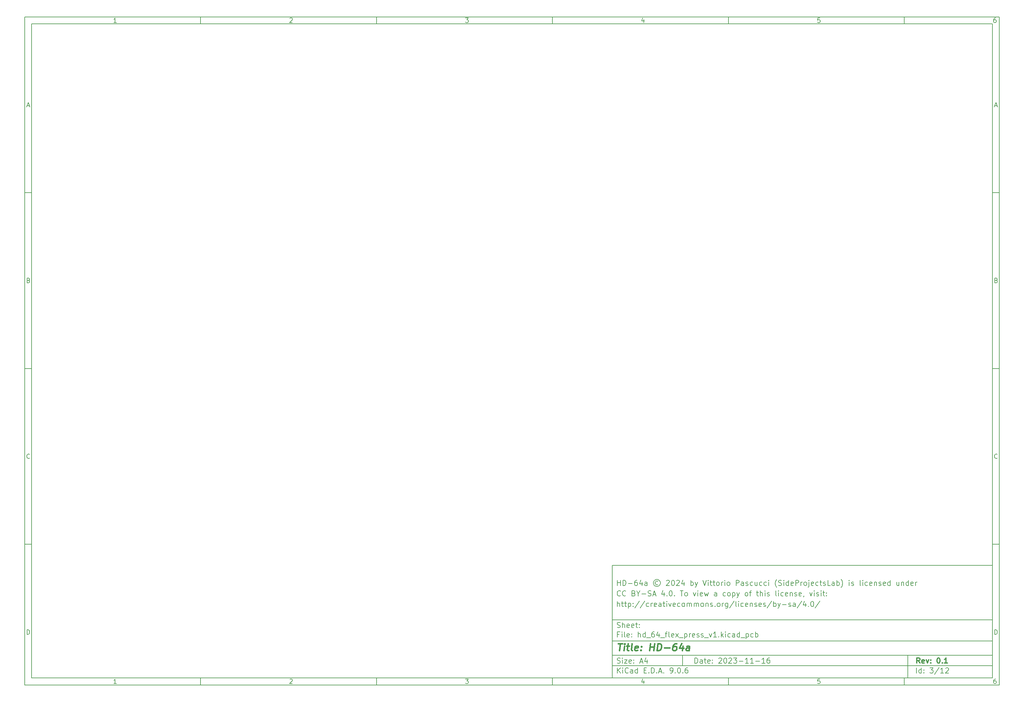
<source format=gbr>
%TF.GenerationSoftware,KiCad,Pcbnew,9.0.6*%
%TF.CreationDate,2025-11-27T00:01:33+01:00*%
%TF.ProjectId,hd_64_flex_press_v1,68645f36-345f-4666-9c65-785f70726573,0.1*%
%TF.SameCoordinates,PXd7966e0PY3c8eee0*%
%TF.FileFunction,Paste,Top*%
%TF.FilePolarity,Positive*%
%FSLAX46Y46*%
G04 Gerber Fmt 4.6, Leading zero omitted, Abs format (unit mm)*
G04 Created by KiCad (PCBNEW 9.0.6) date 2025-11-27 00:01:33*
%MOMM*%
%LPD*%
G01*
G04 APERTURE LIST*
%ADD10C,0.100000*%
%ADD11C,0.150000*%
%ADD12C,0.300000*%
%ADD13C,0.400000*%
G04 APERTURE END LIST*
D10*
D11*
X-49057800Y-102507200D02*
X58942200Y-102507200D01*
X58942200Y-134507200D01*
X-49057800Y-134507200D01*
X-49057800Y-102507200D01*
D10*
D11*
X-216060000Y53500000D02*
X60942200Y53500000D01*
X60942200Y-136507200D01*
X-216060000Y-136507200D01*
X-216060000Y53500000D01*
D10*
D11*
X-214060000Y51500000D02*
X58942200Y51500000D01*
X58942200Y-134507200D01*
X-214060000Y-134507200D01*
X-214060000Y51500000D01*
D10*
D11*
X-166060000Y51500000D02*
X-166060000Y53500000D01*
D10*
D11*
X-116060000Y51500000D02*
X-116060000Y53500000D01*
D10*
D11*
X-66060000Y51500000D02*
X-66060000Y53500000D01*
D10*
D11*
X-16060000Y51500000D02*
X-16060000Y53500000D01*
D10*
D11*
X33940000Y51500000D02*
X33940000Y53500000D01*
D10*
D11*
X-189970840Y51906396D02*
X-190713697Y51906396D01*
X-190342269Y51906396D02*
X-190342269Y53206396D01*
X-190342269Y53206396D02*
X-190466078Y53020681D01*
X-190466078Y53020681D02*
X-190589888Y52896872D01*
X-190589888Y52896872D02*
X-190713697Y52834967D01*
D10*
D11*
X-140713697Y53082586D02*
X-140651793Y53144491D01*
X-140651793Y53144491D02*
X-140527983Y53206396D01*
X-140527983Y53206396D02*
X-140218459Y53206396D01*
X-140218459Y53206396D02*
X-140094650Y53144491D01*
X-140094650Y53144491D02*
X-140032745Y53082586D01*
X-140032745Y53082586D02*
X-139970840Y52958777D01*
X-139970840Y52958777D02*
X-139970840Y52834967D01*
X-139970840Y52834967D02*
X-140032745Y52649253D01*
X-140032745Y52649253D02*
X-140775602Y51906396D01*
X-140775602Y51906396D02*
X-139970840Y51906396D01*
D10*
D11*
X-90775602Y53206396D02*
X-89970840Y53206396D01*
X-89970840Y53206396D02*
X-90404174Y52711158D01*
X-90404174Y52711158D02*
X-90218459Y52711158D01*
X-90218459Y52711158D02*
X-90094650Y52649253D01*
X-90094650Y52649253D02*
X-90032745Y52587348D01*
X-90032745Y52587348D02*
X-89970840Y52463539D01*
X-89970840Y52463539D02*
X-89970840Y52154015D01*
X-89970840Y52154015D02*
X-90032745Y52030205D01*
X-90032745Y52030205D02*
X-90094650Y51968300D01*
X-90094650Y51968300D02*
X-90218459Y51906396D01*
X-90218459Y51906396D02*
X-90589888Y51906396D01*
X-90589888Y51906396D02*
X-90713697Y51968300D01*
X-90713697Y51968300D02*
X-90775602Y52030205D01*
D10*
D11*
X-40094650Y52773062D02*
X-40094650Y51906396D01*
X-40404174Y53268300D02*
X-40713697Y52339729D01*
X-40713697Y52339729D02*
X-39908936Y52339729D01*
D10*
D11*
X9967255Y53206396D02*
X9348207Y53206396D01*
X9348207Y53206396D02*
X9286303Y52587348D01*
X9286303Y52587348D02*
X9348207Y52649253D01*
X9348207Y52649253D02*
X9472017Y52711158D01*
X9472017Y52711158D02*
X9781541Y52711158D01*
X9781541Y52711158D02*
X9905350Y52649253D01*
X9905350Y52649253D02*
X9967255Y52587348D01*
X9967255Y52587348D02*
X10029160Y52463539D01*
X10029160Y52463539D02*
X10029160Y52154015D01*
X10029160Y52154015D02*
X9967255Y52030205D01*
X9967255Y52030205D02*
X9905350Y51968300D01*
X9905350Y51968300D02*
X9781541Y51906396D01*
X9781541Y51906396D02*
X9472017Y51906396D01*
X9472017Y51906396D02*
X9348207Y51968300D01*
X9348207Y51968300D02*
X9286303Y52030205D01*
D10*
D11*
X59905350Y53206396D02*
X59657731Y53206396D01*
X59657731Y53206396D02*
X59533922Y53144491D01*
X59533922Y53144491D02*
X59472017Y53082586D01*
X59472017Y53082586D02*
X59348207Y52896872D01*
X59348207Y52896872D02*
X59286303Y52649253D01*
X59286303Y52649253D02*
X59286303Y52154015D01*
X59286303Y52154015D02*
X59348207Y52030205D01*
X59348207Y52030205D02*
X59410112Y51968300D01*
X59410112Y51968300D02*
X59533922Y51906396D01*
X59533922Y51906396D02*
X59781541Y51906396D01*
X59781541Y51906396D02*
X59905350Y51968300D01*
X59905350Y51968300D02*
X59967255Y52030205D01*
X59967255Y52030205D02*
X60029160Y52154015D01*
X60029160Y52154015D02*
X60029160Y52463539D01*
X60029160Y52463539D02*
X59967255Y52587348D01*
X59967255Y52587348D02*
X59905350Y52649253D01*
X59905350Y52649253D02*
X59781541Y52711158D01*
X59781541Y52711158D02*
X59533922Y52711158D01*
X59533922Y52711158D02*
X59410112Y52649253D01*
X59410112Y52649253D02*
X59348207Y52587348D01*
X59348207Y52587348D02*
X59286303Y52463539D01*
D10*
D11*
X-166060000Y-134507200D02*
X-166060000Y-136507200D01*
D10*
D11*
X-116060000Y-134507200D02*
X-116060000Y-136507200D01*
D10*
D11*
X-66060000Y-134507200D02*
X-66060000Y-136507200D01*
D10*
D11*
X-16060000Y-134507200D02*
X-16060000Y-136507200D01*
D10*
D11*
X33940000Y-134507200D02*
X33940000Y-136507200D01*
D10*
D11*
X-189970840Y-136100804D02*
X-190713697Y-136100804D01*
X-190342269Y-136100804D02*
X-190342269Y-134800804D01*
X-190342269Y-134800804D02*
X-190466078Y-134986519D01*
X-190466078Y-134986519D02*
X-190589888Y-135110328D01*
X-190589888Y-135110328D02*
X-190713697Y-135172233D01*
D10*
D11*
X-140713697Y-134924614D02*
X-140651793Y-134862709D01*
X-140651793Y-134862709D02*
X-140527983Y-134800804D01*
X-140527983Y-134800804D02*
X-140218459Y-134800804D01*
X-140218459Y-134800804D02*
X-140094650Y-134862709D01*
X-140094650Y-134862709D02*
X-140032745Y-134924614D01*
X-140032745Y-134924614D02*
X-139970840Y-135048423D01*
X-139970840Y-135048423D02*
X-139970840Y-135172233D01*
X-139970840Y-135172233D02*
X-140032745Y-135357947D01*
X-140032745Y-135357947D02*
X-140775602Y-136100804D01*
X-140775602Y-136100804D02*
X-139970840Y-136100804D01*
D10*
D11*
X-90775602Y-134800804D02*
X-89970840Y-134800804D01*
X-89970840Y-134800804D02*
X-90404174Y-135296042D01*
X-90404174Y-135296042D02*
X-90218459Y-135296042D01*
X-90218459Y-135296042D02*
X-90094650Y-135357947D01*
X-90094650Y-135357947D02*
X-90032745Y-135419852D01*
X-90032745Y-135419852D02*
X-89970840Y-135543661D01*
X-89970840Y-135543661D02*
X-89970840Y-135853185D01*
X-89970840Y-135853185D02*
X-90032745Y-135976995D01*
X-90032745Y-135976995D02*
X-90094650Y-136038900D01*
X-90094650Y-136038900D02*
X-90218459Y-136100804D01*
X-90218459Y-136100804D02*
X-90589888Y-136100804D01*
X-90589888Y-136100804D02*
X-90713697Y-136038900D01*
X-90713697Y-136038900D02*
X-90775602Y-135976995D01*
D10*
D11*
X-40094650Y-135234138D02*
X-40094650Y-136100804D01*
X-40404174Y-134738900D02*
X-40713697Y-135667471D01*
X-40713697Y-135667471D02*
X-39908936Y-135667471D01*
D10*
D11*
X9967255Y-134800804D02*
X9348207Y-134800804D01*
X9348207Y-134800804D02*
X9286303Y-135419852D01*
X9286303Y-135419852D02*
X9348207Y-135357947D01*
X9348207Y-135357947D02*
X9472017Y-135296042D01*
X9472017Y-135296042D02*
X9781541Y-135296042D01*
X9781541Y-135296042D02*
X9905350Y-135357947D01*
X9905350Y-135357947D02*
X9967255Y-135419852D01*
X9967255Y-135419852D02*
X10029160Y-135543661D01*
X10029160Y-135543661D02*
X10029160Y-135853185D01*
X10029160Y-135853185D02*
X9967255Y-135976995D01*
X9967255Y-135976995D02*
X9905350Y-136038900D01*
X9905350Y-136038900D02*
X9781541Y-136100804D01*
X9781541Y-136100804D02*
X9472017Y-136100804D01*
X9472017Y-136100804D02*
X9348207Y-136038900D01*
X9348207Y-136038900D02*
X9286303Y-135976995D01*
D10*
D11*
X59905350Y-134800804D02*
X59657731Y-134800804D01*
X59657731Y-134800804D02*
X59533922Y-134862709D01*
X59533922Y-134862709D02*
X59472017Y-134924614D01*
X59472017Y-134924614D02*
X59348207Y-135110328D01*
X59348207Y-135110328D02*
X59286303Y-135357947D01*
X59286303Y-135357947D02*
X59286303Y-135853185D01*
X59286303Y-135853185D02*
X59348207Y-135976995D01*
X59348207Y-135976995D02*
X59410112Y-136038900D01*
X59410112Y-136038900D02*
X59533922Y-136100804D01*
X59533922Y-136100804D02*
X59781541Y-136100804D01*
X59781541Y-136100804D02*
X59905350Y-136038900D01*
X59905350Y-136038900D02*
X59967255Y-135976995D01*
X59967255Y-135976995D02*
X60029160Y-135853185D01*
X60029160Y-135853185D02*
X60029160Y-135543661D01*
X60029160Y-135543661D02*
X59967255Y-135419852D01*
X59967255Y-135419852D02*
X59905350Y-135357947D01*
X59905350Y-135357947D02*
X59781541Y-135296042D01*
X59781541Y-135296042D02*
X59533922Y-135296042D01*
X59533922Y-135296042D02*
X59410112Y-135357947D01*
X59410112Y-135357947D02*
X59348207Y-135419852D01*
X59348207Y-135419852D02*
X59286303Y-135543661D01*
D10*
D11*
X-216060000Y3500000D02*
X-214060000Y3500000D01*
D10*
D11*
X-216060000Y-46500000D02*
X-214060000Y-46500000D01*
D10*
D11*
X-216060000Y-96500000D02*
X-214060000Y-96500000D01*
D10*
D11*
X-215369524Y28277824D02*
X-214750477Y28277824D01*
X-215493334Y27906396D02*
X-215060001Y29206396D01*
X-215060001Y29206396D02*
X-214626667Y27906396D01*
D10*
D11*
X-214967143Y-21412652D02*
X-214781429Y-21474557D01*
X-214781429Y-21474557D02*
X-214719524Y-21536461D01*
X-214719524Y-21536461D02*
X-214657620Y-21660271D01*
X-214657620Y-21660271D02*
X-214657620Y-21845985D01*
X-214657620Y-21845985D02*
X-214719524Y-21969795D01*
X-214719524Y-21969795D02*
X-214781429Y-22031700D01*
X-214781429Y-22031700D02*
X-214905239Y-22093604D01*
X-214905239Y-22093604D02*
X-215400477Y-22093604D01*
X-215400477Y-22093604D02*
X-215400477Y-20793604D01*
X-215400477Y-20793604D02*
X-214967143Y-20793604D01*
X-214967143Y-20793604D02*
X-214843334Y-20855509D01*
X-214843334Y-20855509D02*
X-214781429Y-20917414D01*
X-214781429Y-20917414D02*
X-214719524Y-21041223D01*
X-214719524Y-21041223D02*
X-214719524Y-21165033D01*
X-214719524Y-21165033D02*
X-214781429Y-21288842D01*
X-214781429Y-21288842D02*
X-214843334Y-21350747D01*
X-214843334Y-21350747D02*
X-214967143Y-21412652D01*
X-214967143Y-21412652D02*
X-215400477Y-21412652D01*
D10*
D11*
X-214657620Y-71969795D02*
X-214719524Y-72031700D01*
X-214719524Y-72031700D02*
X-214905239Y-72093604D01*
X-214905239Y-72093604D02*
X-215029048Y-72093604D01*
X-215029048Y-72093604D02*
X-215214762Y-72031700D01*
X-215214762Y-72031700D02*
X-215338572Y-71907890D01*
X-215338572Y-71907890D02*
X-215400477Y-71784080D01*
X-215400477Y-71784080D02*
X-215462381Y-71536461D01*
X-215462381Y-71536461D02*
X-215462381Y-71350747D01*
X-215462381Y-71350747D02*
X-215400477Y-71103128D01*
X-215400477Y-71103128D02*
X-215338572Y-70979319D01*
X-215338572Y-70979319D02*
X-215214762Y-70855509D01*
X-215214762Y-70855509D02*
X-215029048Y-70793604D01*
X-215029048Y-70793604D02*
X-214905239Y-70793604D01*
X-214905239Y-70793604D02*
X-214719524Y-70855509D01*
X-214719524Y-70855509D02*
X-214657620Y-70917414D01*
D10*
D11*
X-215400477Y-122093604D02*
X-215400477Y-120793604D01*
X-215400477Y-120793604D02*
X-215090953Y-120793604D01*
X-215090953Y-120793604D02*
X-214905239Y-120855509D01*
X-214905239Y-120855509D02*
X-214781429Y-120979319D01*
X-214781429Y-120979319D02*
X-214719524Y-121103128D01*
X-214719524Y-121103128D02*
X-214657620Y-121350747D01*
X-214657620Y-121350747D02*
X-214657620Y-121536461D01*
X-214657620Y-121536461D02*
X-214719524Y-121784080D01*
X-214719524Y-121784080D02*
X-214781429Y-121907890D01*
X-214781429Y-121907890D02*
X-214905239Y-122031700D01*
X-214905239Y-122031700D02*
X-215090953Y-122093604D01*
X-215090953Y-122093604D02*
X-215400477Y-122093604D01*
D10*
D11*
X60942200Y3500000D02*
X58942200Y3500000D01*
D10*
D11*
X60942200Y-46500000D02*
X58942200Y-46500000D01*
D10*
D11*
X60942200Y-96500000D02*
X58942200Y-96500000D01*
D10*
D11*
X59632676Y28277824D02*
X60251723Y28277824D01*
X59508866Y27906396D02*
X59942199Y29206396D01*
X59942199Y29206396D02*
X60375533Y27906396D01*
D10*
D11*
X60035057Y-21412652D02*
X60220771Y-21474557D01*
X60220771Y-21474557D02*
X60282676Y-21536461D01*
X60282676Y-21536461D02*
X60344580Y-21660271D01*
X60344580Y-21660271D02*
X60344580Y-21845985D01*
X60344580Y-21845985D02*
X60282676Y-21969795D01*
X60282676Y-21969795D02*
X60220771Y-22031700D01*
X60220771Y-22031700D02*
X60096961Y-22093604D01*
X60096961Y-22093604D02*
X59601723Y-22093604D01*
X59601723Y-22093604D02*
X59601723Y-20793604D01*
X59601723Y-20793604D02*
X60035057Y-20793604D01*
X60035057Y-20793604D02*
X60158866Y-20855509D01*
X60158866Y-20855509D02*
X60220771Y-20917414D01*
X60220771Y-20917414D02*
X60282676Y-21041223D01*
X60282676Y-21041223D02*
X60282676Y-21165033D01*
X60282676Y-21165033D02*
X60220771Y-21288842D01*
X60220771Y-21288842D02*
X60158866Y-21350747D01*
X60158866Y-21350747D02*
X60035057Y-21412652D01*
X60035057Y-21412652D02*
X59601723Y-21412652D01*
D10*
D11*
X60344580Y-71969795D02*
X60282676Y-72031700D01*
X60282676Y-72031700D02*
X60096961Y-72093604D01*
X60096961Y-72093604D02*
X59973152Y-72093604D01*
X59973152Y-72093604D02*
X59787438Y-72031700D01*
X59787438Y-72031700D02*
X59663628Y-71907890D01*
X59663628Y-71907890D02*
X59601723Y-71784080D01*
X59601723Y-71784080D02*
X59539819Y-71536461D01*
X59539819Y-71536461D02*
X59539819Y-71350747D01*
X59539819Y-71350747D02*
X59601723Y-71103128D01*
X59601723Y-71103128D02*
X59663628Y-70979319D01*
X59663628Y-70979319D02*
X59787438Y-70855509D01*
X59787438Y-70855509D02*
X59973152Y-70793604D01*
X59973152Y-70793604D02*
X60096961Y-70793604D01*
X60096961Y-70793604D02*
X60282676Y-70855509D01*
X60282676Y-70855509D02*
X60344580Y-70917414D01*
D10*
D11*
X59601723Y-122093604D02*
X59601723Y-120793604D01*
X59601723Y-120793604D02*
X59911247Y-120793604D01*
X59911247Y-120793604D02*
X60096961Y-120855509D01*
X60096961Y-120855509D02*
X60220771Y-120979319D01*
X60220771Y-120979319D02*
X60282676Y-121103128D01*
X60282676Y-121103128D02*
X60344580Y-121350747D01*
X60344580Y-121350747D02*
X60344580Y-121536461D01*
X60344580Y-121536461D02*
X60282676Y-121784080D01*
X60282676Y-121784080D02*
X60220771Y-121907890D01*
X60220771Y-121907890D02*
X60096961Y-122031700D01*
X60096961Y-122031700D02*
X59911247Y-122093604D01*
X59911247Y-122093604D02*
X59601723Y-122093604D01*
D10*
D11*
X-25601974Y-130293328D02*
X-25601974Y-128793328D01*
X-25601974Y-128793328D02*
X-25244831Y-128793328D01*
X-25244831Y-128793328D02*
X-25030545Y-128864757D01*
X-25030545Y-128864757D02*
X-24887688Y-129007614D01*
X-24887688Y-129007614D02*
X-24816259Y-129150471D01*
X-24816259Y-129150471D02*
X-24744831Y-129436185D01*
X-24744831Y-129436185D02*
X-24744831Y-129650471D01*
X-24744831Y-129650471D02*
X-24816259Y-129936185D01*
X-24816259Y-129936185D02*
X-24887688Y-130079042D01*
X-24887688Y-130079042D02*
X-25030545Y-130221900D01*
X-25030545Y-130221900D02*
X-25244831Y-130293328D01*
X-25244831Y-130293328D02*
X-25601974Y-130293328D01*
X-23459116Y-130293328D02*
X-23459116Y-129507614D01*
X-23459116Y-129507614D02*
X-23530545Y-129364757D01*
X-23530545Y-129364757D02*
X-23673402Y-129293328D01*
X-23673402Y-129293328D02*
X-23959116Y-129293328D01*
X-23959116Y-129293328D02*
X-24101974Y-129364757D01*
X-23459116Y-130221900D02*
X-23601974Y-130293328D01*
X-23601974Y-130293328D02*
X-23959116Y-130293328D01*
X-23959116Y-130293328D02*
X-24101974Y-130221900D01*
X-24101974Y-130221900D02*
X-24173402Y-130079042D01*
X-24173402Y-130079042D02*
X-24173402Y-129936185D01*
X-24173402Y-129936185D02*
X-24101974Y-129793328D01*
X-24101974Y-129793328D02*
X-23959116Y-129721900D01*
X-23959116Y-129721900D02*
X-23601974Y-129721900D01*
X-23601974Y-129721900D02*
X-23459116Y-129650471D01*
X-22959116Y-129293328D02*
X-22387688Y-129293328D01*
X-22744831Y-128793328D02*
X-22744831Y-130079042D01*
X-22744831Y-130079042D02*
X-22673402Y-130221900D01*
X-22673402Y-130221900D02*
X-22530545Y-130293328D01*
X-22530545Y-130293328D02*
X-22387688Y-130293328D01*
X-21316259Y-130221900D02*
X-21459116Y-130293328D01*
X-21459116Y-130293328D02*
X-21744830Y-130293328D01*
X-21744830Y-130293328D02*
X-21887688Y-130221900D01*
X-21887688Y-130221900D02*
X-21959116Y-130079042D01*
X-21959116Y-130079042D02*
X-21959116Y-129507614D01*
X-21959116Y-129507614D02*
X-21887688Y-129364757D01*
X-21887688Y-129364757D02*
X-21744830Y-129293328D01*
X-21744830Y-129293328D02*
X-21459116Y-129293328D01*
X-21459116Y-129293328D02*
X-21316259Y-129364757D01*
X-21316259Y-129364757D02*
X-21244830Y-129507614D01*
X-21244830Y-129507614D02*
X-21244830Y-129650471D01*
X-21244830Y-129650471D02*
X-21959116Y-129793328D01*
X-20601974Y-130150471D02*
X-20530545Y-130221900D01*
X-20530545Y-130221900D02*
X-20601974Y-130293328D01*
X-20601974Y-130293328D02*
X-20673402Y-130221900D01*
X-20673402Y-130221900D02*
X-20601974Y-130150471D01*
X-20601974Y-130150471D02*
X-20601974Y-130293328D01*
X-20601974Y-129364757D02*
X-20530545Y-129436185D01*
X-20530545Y-129436185D02*
X-20601974Y-129507614D01*
X-20601974Y-129507614D02*
X-20673402Y-129436185D01*
X-20673402Y-129436185D02*
X-20601974Y-129364757D01*
X-20601974Y-129364757D02*
X-20601974Y-129507614D01*
X-18816259Y-128936185D02*
X-18744831Y-128864757D01*
X-18744831Y-128864757D02*
X-18601973Y-128793328D01*
X-18601973Y-128793328D02*
X-18244831Y-128793328D01*
X-18244831Y-128793328D02*
X-18101973Y-128864757D01*
X-18101973Y-128864757D02*
X-18030545Y-128936185D01*
X-18030545Y-128936185D02*
X-17959116Y-129079042D01*
X-17959116Y-129079042D02*
X-17959116Y-129221900D01*
X-17959116Y-129221900D02*
X-18030545Y-129436185D01*
X-18030545Y-129436185D02*
X-18887688Y-130293328D01*
X-18887688Y-130293328D02*
X-17959116Y-130293328D01*
X-17030545Y-128793328D02*
X-16887688Y-128793328D01*
X-16887688Y-128793328D02*
X-16744831Y-128864757D01*
X-16744831Y-128864757D02*
X-16673402Y-128936185D01*
X-16673402Y-128936185D02*
X-16601974Y-129079042D01*
X-16601974Y-129079042D02*
X-16530545Y-129364757D01*
X-16530545Y-129364757D02*
X-16530545Y-129721900D01*
X-16530545Y-129721900D02*
X-16601974Y-130007614D01*
X-16601974Y-130007614D02*
X-16673402Y-130150471D01*
X-16673402Y-130150471D02*
X-16744831Y-130221900D01*
X-16744831Y-130221900D02*
X-16887688Y-130293328D01*
X-16887688Y-130293328D02*
X-17030545Y-130293328D01*
X-17030545Y-130293328D02*
X-17173402Y-130221900D01*
X-17173402Y-130221900D02*
X-17244831Y-130150471D01*
X-17244831Y-130150471D02*
X-17316260Y-130007614D01*
X-17316260Y-130007614D02*
X-17387688Y-129721900D01*
X-17387688Y-129721900D02*
X-17387688Y-129364757D01*
X-17387688Y-129364757D02*
X-17316260Y-129079042D01*
X-17316260Y-129079042D02*
X-17244831Y-128936185D01*
X-17244831Y-128936185D02*
X-17173402Y-128864757D01*
X-17173402Y-128864757D02*
X-17030545Y-128793328D01*
X-15959117Y-128936185D02*
X-15887689Y-128864757D01*
X-15887689Y-128864757D02*
X-15744831Y-128793328D01*
X-15744831Y-128793328D02*
X-15387689Y-128793328D01*
X-15387689Y-128793328D02*
X-15244831Y-128864757D01*
X-15244831Y-128864757D02*
X-15173403Y-128936185D01*
X-15173403Y-128936185D02*
X-15101974Y-129079042D01*
X-15101974Y-129079042D02*
X-15101974Y-129221900D01*
X-15101974Y-129221900D02*
X-15173403Y-129436185D01*
X-15173403Y-129436185D02*
X-16030546Y-130293328D01*
X-16030546Y-130293328D02*
X-15101974Y-130293328D01*
X-14601975Y-128793328D02*
X-13673403Y-128793328D01*
X-13673403Y-128793328D02*
X-14173403Y-129364757D01*
X-14173403Y-129364757D02*
X-13959118Y-129364757D01*
X-13959118Y-129364757D02*
X-13816260Y-129436185D01*
X-13816260Y-129436185D02*
X-13744832Y-129507614D01*
X-13744832Y-129507614D02*
X-13673403Y-129650471D01*
X-13673403Y-129650471D02*
X-13673403Y-130007614D01*
X-13673403Y-130007614D02*
X-13744832Y-130150471D01*
X-13744832Y-130150471D02*
X-13816260Y-130221900D01*
X-13816260Y-130221900D02*
X-13959118Y-130293328D01*
X-13959118Y-130293328D02*
X-14387689Y-130293328D01*
X-14387689Y-130293328D02*
X-14530546Y-130221900D01*
X-14530546Y-130221900D02*
X-14601975Y-130150471D01*
X-13030547Y-129721900D02*
X-11887689Y-129721900D01*
X-10387689Y-130293328D02*
X-11244832Y-130293328D01*
X-10816261Y-130293328D02*
X-10816261Y-128793328D01*
X-10816261Y-128793328D02*
X-10959118Y-129007614D01*
X-10959118Y-129007614D02*
X-11101975Y-129150471D01*
X-11101975Y-129150471D02*
X-11244832Y-129221900D01*
X-8959118Y-130293328D02*
X-9816261Y-130293328D01*
X-9387690Y-130293328D02*
X-9387690Y-128793328D01*
X-9387690Y-128793328D02*
X-9530547Y-129007614D01*
X-9530547Y-129007614D02*
X-9673404Y-129150471D01*
X-9673404Y-129150471D02*
X-9816261Y-129221900D01*
X-8316262Y-129721900D02*
X-7173404Y-129721900D01*
X-5673404Y-130293328D02*
X-6530547Y-130293328D01*
X-6101976Y-130293328D02*
X-6101976Y-128793328D01*
X-6101976Y-128793328D02*
X-6244833Y-129007614D01*
X-6244833Y-129007614D02*
X-6387690Y-129150471D01*
X-6387690Y-129150471D02*
X-6530547Y-129221900D01*
X-4387690Y-128793328D02*
X-4673405Y-128793328D01*
X-4673405Y-128793328D02*
X-4816262Y-128864757D01*
X-4816262Y-128864757D02*
X-4887690Y-128936185D01*
X-4887690Y-128936185D02*
X-5030548Y-129150471D01*
X-5030548Y-129150471D02*
X-5101976Y-129436185D01*
X-5101976Y-129436185D02*
X-5101976Y-130007614D01*
X-5101976Y-130007614D02*
X-5030548Y-130150471D01*
X-5030548Y-130150471D02*
X-4959119Y-130221900D01*
X-4959119Y-130221900D02*
X-4816262Y-130293328D01*
X-4816262Y-130293328D02*
X-4530548Y-130293328D01*
X-4530548Y-130293328D02*
X-4387690Y-130221900D01*
X-4387690Y-130221900D02*
X-4316262Y-130150471D01*
X-4316262Y-130150471D02*
X-4244833Y-130007614D01*
X-4244833Y-130007614D02*
X-4244833Y-129650471D01*
X-4244833Y-129650471D02*
X-4316262Y-129507614D01*
X-4316262Y-129507614D02*
X-4387690Y-129436185D01*
X-4387690Y-129436185D02*
X-4530548Y-129364757D01*
X-4530548Y-129364757D02*
X-4816262Y-129364757D01*
X-4816262Y-129364757D02*
X-4959119Y-129436185D01*
X-4959119Y-129436185D02*
X-5030548Y-129507614D01*
X-5030548Y-129507614D02*
X-5101976Y-129650471D01*
D10*
D11*
X-49057800Y-131007200D02*
X58942200Y-131007200D01*
D10*
D11*
X-47601974Y-133093328D02*
X-47601974Y-131593328D01*
X-46744831Y-133093328D02*
X-47387688Y-132236185D01*
X-46744831Y-131593328D02*
X-47601974Y-132450471D01*
X-46101974Y-133093328D02*
X-46101974Y-132093328D01*
X-46101974Y-131593328D02*
X-46173402Y-131664757D01*
X-46173402Y-131664757D02*
X-46101974Y-131736185D01*
X-46101974Y-131736185D02*
X-46030545Y-131664757D01*
X-46030545Y-131664757D02*
X-46101974Y-131593328D01*
X-46101974Y-131593328D02*
X-46101974Y-131736185D01*
X-44530545Y-132950471D02*
X-44601973Y-133021900D01*
X-44601973Y-133021900D02*
X-44816259Y-133093328D01*
X-44816259Y-133093328D02*
X-44959116Y-133093328D01*
X-44959116Y-133093328D02*
X-45173402Y-133021900D01*
X-45173402Y-133021900D02*
X-45316259Y-132879042D01*
X-45316259Y-132879042D02*
X-45387688Y-132736185D01*
X-45387688Y-132736185D02*
X-45459116Y-132450471D01*
X-45459116Y-132450471D02*
X-45459116Y-132236185D01*
X-45459116Y-132236185D02*
X-45387688Y-131950471D01*
X-45387688Y-131950471D02*
X-45316259Y-131807614D01*
X-45316259Y-131807614D02*
X-45173402Y-131664757D01*
X-45173402Y-131664757D02*
X-44959116Y-131593328D01*
X-44959116Y-131593328D02*
X-44816259Y-131593328D01*
X-44816259Y-131593328D02*
X-44601973Y-131664757D01*
X-44601973Y-131664757D02*
X-44530545Y-131736185D01*
X-43244830Y-133093328D02*
X-43244830Y-132307614D01*
X-43244830Y-132307614D02*
X-43316259Y-132164757D01*
X-43316259Y-132164757D02*
X-43459116Y-132093328D01*
X-43459116Y-132093328D02*
X-43744830Y-132093328D01*
X-43744830Y-132093328D02*
X-43887688Y-132164757D01*
X-43244830Y-133021900D02*
X-43387688Y-133093328D01*
X-43387688Y-133093328D02*
X-43744830Y-133093328D01*
X-43744830Y-133093328D02*
X-43887688Y-133021900D01*
X-43887688Y-133021900D02*
X-43959116Y-132879042D01*
X-43959116Y-132879042D02*
X-43959116Y-132736185D01*
X-43959116Y-132736185D02*
X-43887688Y-132593328D01*
X-43887688Y-132593328D02*
X-43744830Y-132521900D01*
X-43744830Y-132521900D02*
X-43387688Y-132521900D01*
X-43387688Y-132521900D02*
X-43244830Y-132450471D01*
X-41887687Y-133093328D02*
X-41887687Y-131593328D01*
X-41887687Y-133021900D02*
X-42030545Y-133093328D01*
X-42030545Y-133093328D02*
X-42316259Y-133093328D01*
X-42316259Y-133093328D02*
X-42459116Y-133021900D01*
X-42459116Y-133021900D02*
X-42530545Y-132950471D01*
X-42530545Y-132950471D02*
X-42601973Y-132807614D01*
X-42601973Y-132807614D02*
X-42601973Y-132379042D01*
X-42601973Y-132379042D02*
X-42530545Y-132236185D01*
X-42530545Y-132236185D02*
X-42459116Y-132164757D01*
X-42459116Y-132164757D02*
X-42316259Y-132093328D01*
X-42316259Y-132093328D02*
X-42030545Y-132093328D01*
X-42030545Y-132093328D02*
X-41887687Y-132164757D01*
X-40030545Y-132307614D02*
X-39530545Y-132307614D01*
X-39316259Y-133093328D02*
X-40030545Y-133093328D01*
X-40030545Y-133093328D02*
X-40030545Y-131593328D01*
X-40030545Y-131593328D02*
X-39316259Y-131593328D01*
X-38673402Y-132950471D02*
X-38601973Y-133021900D01*
X-38601973Y-133021900D02*
X-38673402Y-133093328D01*
X-38673402Y-133093328D02*
X-38744830Y-133021900D01*
X-38744830Y-133021900D02*
X-38673402Y-132950471D01*
X-38673402Y-132950471D02*
X-38673402Y-133093328D01*
X-37959116Y-133093328D02*
X-37959116Y-131593328D01*
X-37959116Y-131593328D02*
X-37601973Y-131593328D01*
X-37601973Y-131593328D02*
X-37387687Y-131664757D01*
X-37387687Y-131664757D02*
X-37244830Y-131807614D01*
X-37244830Y-131807614D02*
X-37173401Y-131950471D01*
X-37173401Y-131950471D02*
X-37101973Y-132236185D01*
X-37101973Y-132236185D02*
X-37101973Y-132450471D01*
X-37101973Y-132450471D02*
X-37173401Y-132736185D01*
X-37173401Y-132736185D02*
X-37244830Y-132879042D01*
X-37244830Y-132879042D02*
X-37387687Y-133021900D01*
X-37387687Y-133021900D02*
X-37601973Y-133093328D01*
X-37601973Y-133093328D02*
X-37959116Y-133093328D01*
X-36459116Y-132950471D02*
X-36387687Y-133021900D01*
X-36387687Y-133021900D02*
X-36459116Y-133093328D01*
X-36459116Y-133093328D02*
X-36530544Y-133021900D01*
X-36530544Y-133021900D02*
X-36459116Y-132950471D01*
X-36459116Y-132950471D02*
X-36459116Y-133093328D01*
X-35816258Y-132664757D02*
X-35101972Y-132664757D01*
X-35959115Y-133093328D02*
X-35459115Y-131593328D01*
X-35459115Y-131593328D02*
X-34959115Y-133093328D01*
X-34459116Y-132950471D02*
X-34387687Y-133021900D01*
X-34387687Y-133021900D02*
X-34459116Y-133093328D01*
X-34459116Y-133093328D02*
X-34530544Y-133021900D01*
X-34530544Y-133021900D02*
X-34459116Y-132950471D01*
X-34459116Y-132950471D02*
X-34459116Y-133093328D01*
X-32530544Y-133093328D02*
X-32244830Y-133093328D01*
X-32244830Y-133093328D02*
X-32101973Y-133021900D01*
X-32101973Y-133021900D02*
X-32030544Y-132950471D01*
X-32030544Y-132950471D02*
X-31887687Y-132736185D01*
X-31887687Y-132736185D02*
X-31816258Y-132450471D01*
X-31816258Y-132450471D02*
X-31816258Y-131879042D01*
X-31816258Y-131879042D02*
X-31887687Y-131736185D01*
X-31887687Y-131736185D02*
X-31959115Y-131664757D01*
X-31959115Y-131664757D02*
X-32101973Y-131593328D01*
X-32101973Y-131593328D02*
X-32387687Y-131593328D01*
X-32387687Y-131593328D02*
X-32530544Y-131664757D01*
X-32530544Y-131664757D02*
X-32601973Y-131736185D01*
X-32601973Y-131736185D02*
X-32673401Y-131879042D01*
X-32673401Y-131879042D02*
X-32673401Y-132236185D01*
X-32673401Y-132236185D02*
X-32601973Y-132379042D01*
X-32601973Y-132379042D02*
X-32530544Y-132450471D01*
X-32530544Y-132450471D02*
X-32387687Y-132521900D01*
X-32387687Y-132521900D02*
X-32101973Y-132521900D01*
X-32101973Y-132521900D02*
X-31959115Y-132450471D01*
X-31959115Y-132450471D02*
X-31887687Y-132379042D01*
X-31887687Y-132379042D02*
X-31816258Y-132236185D01*
X-31173402Y-132950471D02*
X-31101973Y-133021900D01*
X-31101973Y-133021900D02*
X-31173402Y-133093328D01*
X-31173402Y-133093328D02*
X-31244830Y-133021900D01*
X-31244830Y-133021900D02*
X-31173402Y-132950471D01*
X-31173402Y-132950471D02*
X-31173402Y-133093328D01*
X-30173401Y-131593328D02*
X-30030544Y-131593328D01*
X-30030544Y-131593328D02*
X-29887687Y-131664757D01*
X-29887687Y-131664757D02*
X-29816258Y-131736185D01*
X-29816258Y-131736185D02*
X-29744830Y-131879042D01*
X-29744830Y-131879042D02*
X-29673401Y-132164757D01*
X-29673401Y-132164757D02*
X-29673401Y-132521900D01*
X-29673401Y-132521900D02*
X-29744830Y-132807614D01*
X-29744830Y-132807614D02*
X-29816258Y-132950471D01*
X-29816258Y-132950471D02*
X-29887687Y-133021900D01*
X-29887687Y-133021900D02*
X-30030544Y-133093328D01*
X-30030544Y-133093328D02*
X-30173401Y-133093328D01*
X-30173401Y-133093328D02*
X-30316258Y-133021900D01*
X-30316258Y-133021900D02*
X-30387687Y-132950471D01*
X-30387687Y-132950471D02*
X-30459116Y-132807614D01*
X-30459116Y-132807614D02*
X-30530544Y-132521900D01*
X-30530544Y-132521900D02*
X-30530544Y-132164757D01*
X-30530544Y-132164757D02*
X-30459116Y-131879042D01*
X-30459116Y-131879042D02*
X-30387687Y-131736185D01*
X-30387687Y-131736185D02*
X-30316258Y-131664757D01*
X-30316258Y-131664757D02*
X-30173401Y-131593328D01*
X-29030545Y-132950471D02*
X-28959116Y-133021900D01*
X-28959116Y-133021900D02*
X-29030545Y-133093328D01*
X-29030545Y-133093328D02*
X-29101973Y-133021900D01*
X-29101973Y-133021900D02*
X-29030545Y-132950471D01*
X-29030545Y-132950471D02*
X-29030545Y-133093328D01*
X-27673401Y-131593328D02*
X-27959116Y-131593328D01*
X-27959116Y-131593328D02*
X-28101973Y-131664757D01*
X-28101973Y-131664757D02*
X-28173401Y-131736185D01*
X-28173401Y-131736185D02*
X-28316259Y-131950471D01*
X-28316259Y-131950471D02*
X-28387687Y-132236185D01*
X-28387687Y-132236185D02*
X-28387687Y-132807614D01*
X-28387687Y-132807614D02*
X-28316259Y-132950471D01*
X-28316259Y-132950471D02*
X-28244830Y-133021900D01*
X-28244830Y-133021900D02*
X-28101973Y-133093328D01*
X-28101973Y-133093328D02*
X-27816259Y-133093328D01*
X-27816259Y-133093328D02*
X-27673401Y-133021900D01*
X-27673401Y-133021900D02*
X-27601973Y-132950471D01*
X-27601973Y-132950471D02*
X-27530544Y-132807614D01*
X-27530544Y-132807614D02*
X-27530544Y-132450471D01*
X-27530544Y-132450471D02*
X-27601973Y-132307614D01*
X-27601973Y-132307614D02*
X-27673401Y-132236185D01*
X-27673401Y-132236185D02*
X-27816259Y-132164757D01*
X-27816259Y-132164757D02*
X-28101973Y-132164757D01*
X-28101973Y-132164757D02*
X-28244830Y-132236185D01*
X-28244830Y-132236185D02*
X-28316259Y-132307614D01*
X-28316259Y-132307614D02*
X-28387687Y-132450471D01*
D10*
D11*
X-49057800Y-128007200D02*
X58942200Y-128007200D01*
D10*
D12*
X38353853Y-130285528D02*
X37853853Y-129571242D01*
X37496710Y-130285528D02*
X37496710Y-128785528D01*
X37496710Y-128785528D02*
X38068139Y-128785528D01*
X38068139Y-128785528D02*
X38210996Y-128856957D01*
X38210996Y-128856957D02*
X38282425Y-128928385D01*
X38282425Y-128928385D02*
X38353853Y-129071242D01*
X38353853Y-129071242D02*
X38353853Y-129285528D01*
X38353853Y-129285528D02*
X38282425Y-129428385D01*
X38282425Y-129428385D02*
X38210996Y-129499814D01*
X38210996Y-129499814D02*
X38068139Y-129571242D01*
X38068139Y-129571242D02*
X37496710Y-129571242D01*
X39568139Y-130214100D02*
X39425282Y-130285528D01*
X39425282Y-130285528D02*
X39139568Y-130285528D01*
X39139568Y-130285528D02*
X38996710Y-130214100D01*
X38996710Y-130214100D02*
X38925282Y-130071242D01*
X38925282Y-130071242D02*
X38925282Y-129499814D01*
X38925282Y-129499814D02*
X38996710Y-129356957D01*
X38996710Y-129356957D02*
X39139568Y-129285528D01*
X39139568Y-129285528D02*
X39425282Y-129285528D01*
X39425282Y-129285528D02*
X39568139Y-129356957D01*
X39568139Y-129356957D02*
X39639568Y-129499814D01*
X39639568Y-129499814D02*
X39639568Y-129642671D01*
X39639568Y-129642671D02*
X38925282Y-129785528D01*
X40139567Y-129285528D02*
X40496710Y-130285528D01*
X40496710Y-130285528D02*
X40853853Y-129285528D01*
X41425281Y-130142671D02*
X41496710Y-130214100D01*
X41496710Y-130214100D02*
X41425281Y-130285528D01*
X41425281Y-130285528D02*
X41353853Y-130214100D01*
X41353853Y-130214100D02*
X41425281Y-130142671D01*
X41425281Y-130142671D02*
X41425281Y-130285528D01*
X41425281Y-129356957D02*
X41496710Y-129428385D01*
X41496710Y-129428385D02*
X41425281Y-129499814D01*
X41425281Y-129499814D02*
X41353853Y-129428385D01*
X41353853Y-129428385D02*
X41425281Y-129356957D01*
X41425281Y-129356957D02*
X41425281Y-129499814D01*
X43568139Y-128785528D02*
X43710996Y-128785528D01*
X43710996Y-128785528D02*
X43853853Y-128856957D01*
X43853853Y-128856957D02*
X43925282Y-128928385D01*
X43925282Y-128928385D02*
X43996710Y-129071242D01*
X43996710Y-129071242D02*
X44068139Y-129356957D01*
X44068139Y-129356957D02*
X44068139Y-129714100D01*
X44068139Y-129714100D02*
X43996710Y-129999814D01*
X43996710Y-129999814D02*
X43925282Y-130142671D01*
X43925282Y-130142671D02*
X43853853Y-130214100D01*
X43853853Y-130214100D02*
X43710996Y-130285528D01*
X43710996Y-130285528D02*
X43568139Y-130285528D01*
X43568139Y-130285528D02*
X43425282Y-130214100D01*
X43425282Y-130214100D02*
X43353853Y-130142671D01*
X43353853Y-130142671D02*
X43282424Y-129999814D01*
X43282424Y-129999814D02*
X43210996Y-129714100D01*
X43210996Y-129714100D02*
X43210996Y-129356957D01*
X43210996Y-129356957D02*
X43282424Y-129071242D01*
X43282424Y-129071242D02*
X43353853Y-128928385D01*
X43353853Y-128928385D02*
X43425282Y-128856957D01*
X43425282Y-128856957D02*
X43568139Y-128785528D01*
X44710995Y-130142671D02*
X44782424Y-130214100D01*
X44782424Y-130214100D02*
X44710995Y-130285528D01*
X44710995Y-130285528D02*
X44639567Y-130214100D01*
X44639567Y-130214100D02*
X44710995Y-130142671D01*
X44710995Y-130142671D02*
X44710995Y-130285528D01*
X46210996Y-130285528D02*
X45353853Y-130285528D01*
X45782424Y-130285528D02*
X45782424Y-128785528D01*
X45782424Y-128785528D02*
X45639567Y-128999814D01*
X45639567Y-128999814D02*
X45496710Y-129142671D01*
X45496710Y-129142671D02*
X45353853Y-129214100D01*
D10*
D11*
X-47673402Y-130221900D02*
X-47459116Y-130293328D01*
X-47459116Y-130293328D02*
X-47101974Y-130293328D01*
X-47101974Y-130293328D02*
X-46959116Y-130221900D01*
X-46959116Y-130221900D02*
X-46887688Y-130150471D01*
X-46887688Y-130150471D02*
X-46816259Y-130007614D01*
X-46816259Y-130007614D02*
X-46816259Y-129864757D01*
X-46816259Y-129864757D02*
X-46887688Y-129721900D01*
X-46887688Y-129721900D02*
X-46959116Y-129650471D01*
X-46959116Y-129650471D02*
X-47101974Y-129579042D01*
X-47101974Y-129579042D02*
X-47387688Y-129507614D01*
X-47387688Y-129507614D02*
X-47530545Y-129436185D01*
X-47530545Y-129436185D02*
X-47601974Y-129364757D01*
X-47601974Y-129364757D02*
X-47673402Y-129221900D01*
X-47673402Y-129221900D02*
X-47673402Y-129079042D01*
X-47673402Y-129079042D02*
X-47601974Y-128936185D01*
X-47601974Y-128936185D02*
X-47530545Y-128864757D01*
X-47530545Y-128864757D02*
X-47387688Y-128793328D01*
X-47387688Y-128793328D02*
X-47030545Y-128793328D01*
X-47030545Y-128793328D02*
X-46816259Y-128864757D01*
X-46173403Y-130293328D02*
X-46173403Y-129293328D01*
X-46173403Y-128793328D02*
X-46244831Y-128864757D01*
X-46244831Y-128864757D02*
X-46173403Y-128936185D01*
X-46173403Y-128936185D02*
X-46101974Y-128864757D01*
X-46101974Y-128864757D02*
X-46173403Y-128793328D01*
X-46173403Y-128793328D02*
X-46173403Y-128936185D01*
X-45601974Y-129293328D02*
X-44816259Y-129293328D01*
X-44816259Y-129293328D02*
X-45601974Y-130293328D01*
X-45601974Y-130293328D02*
X-44816259Y-130293328D01*
X-43673402Y-130221900D02*
X-43816259Y-130293328D01*
X-43816259Y-130293328D02*
X-44101973Y-130293328D01*
X-44101973Y-130293328D02*
X-44244831Y-130221900D01*
X-44244831Y-130221900D02*
X-44316259Y-130079042D01*
X-44316259Y-130079042D02*
X-44316259Y-129507614D01*
X-44316259Y-129507614D02*
X-44244831Y-129364757D01*
X-44244831Y-129364757D02*
X-44101973Y-129293328D01*
X-44101973Y-129293328D02*
X-43816259Y-129293328D01*
X-43816259Y-129293328D02*
X-43673402Y-129364757D01*
X-43673402Y-129364757D02*
X-43601973Y-129507614D01*
X-43601973Y-129507614D02*
X-43601973Y-129650471D01*
X-43601973Y-129650471D02*
X-44316259Y-129793328D01*
X-42959117Y-130150471D02*
X-42887688Y-130221900D01*
X-42887688Y-130221900D02*
X-42959117Y-130293328D01*
X-42959117Y-130293328D02*
X-43030545Y-130221900D01*
X-43030545Y-130221900D02*
X-42959117Y-130150471D01*
X-42959117Y-130150471D02*
X-42959117Y-130293328D01*
X-42959117Y-129364757D02*
X-42887688Y-129436185D01*
X-42887688Y-129436185D02*
X-42959117Y-129507614D01*
X-42959117Y-129507614D02*
X-43030545Y-129436185D01*
X-43030545Y-129436185D02*
X-42959117Y-129364757D01*
X-42959117Y-129364757D02*
X-42959117Y-129507614D01*
X-41173402Y-129864757D02*
X-40459116Y-129864757D01*
X-41316259Y-130293328D02*
X-40816259Y-128793328D01*
X-40816259Y-128793328D02*
X-40316259Y-130293328D01*
X-39173402Y-129293328D02*
X-39173402Y-130293328D01*
X-39530545Y-128721900D02*
X-39887688Y-129793328D01*
X-39887688Y-129793328D02*
X-38959117Y-129793328D01*
D10*
D11*
X37398026Y-133093328D02*
X37398026Y-131593328D01*
X38755170Y-133093328D02*
X38755170Y-131593328D01*
X38755170Y-133021900D02*
X38612312Y-133093328D01*
X38612312Y-133093328D02*
X38326598Y-133093328D01*
X38326598Y-133093328D02*
X38183741Y-133021900D01*
X38183741Y-133021900D02*
X38112312Y-132950471D01*
X38112312Y-132950471D02*
X38040884Y-132807614D01*
X38040884Y-132807614D02*
X38040884Y-132379042D01*
X38040884Y-132379042D02*
X38112312Y-132236185D01*
X38112312Y-132236185D02*
X38183741Y-132164757D01*
X38183741Y-132164757D02*
X38326598Y-132093328D01*
X38326598Y-132093328D02*
X38612312Y-132093328D01*
X38612312Y-132093328D02*
X38755170Y-132164757D01*
X39469455Y-132950471D02*
X39540884Y-133021900D01*
X39540884Y-133021900D02*
X39469455Y-133093328D01*
X39469455Y-133093328D02*
X39398027Y-133021900D01*
X39398027Y-133021900D02*
X39469455Y-132950471D01*
X39469455Y-132950471D02*
X39469455Y-133093328D01*
X39469455Y-132164757D02*
X39540884Y-132236185D01*
X39540884Y-132236185D02*
X39469455Y-132307614D01*
X39469455Y-132307614D02*
X39398027Y-132236185D01*
X39398027Y-132236185D02*
X39469455Y-132164757D01*
X39469455Y-132164757D02*
X39469455Y-132307614D01*
X41183741Y-131593328D02*
X42112313Y-131593328D01*
X42112313Y-131593328D02*
X41612313Y-132164757D01*
X41612313Y-132164757D02*
X41826598Y-132164757D01*
X41826598Y-132164757D02*
X41969456Y-132236185D01*
X41969456Y-132236185D02*
X42040884Y-132307614D01*
X42040884Y-132307614D02*
X42112313Y-132450471D01*
X42112313Y-132450471D02*
X42112313Y-132807614D01*
X42112313Y-132807614D02*
X42040884Y-132950471D01*
X42040884Y-132950471D02*
X41969456Y-133021900D01*
X41969456Y-133021900D02*
X41826598Y-133093328D01*
X41826598Y-133093328D02*
X41398027Y-133093328D01*
X41398027Y-133093328D02*
X41255170Y-133021900D01*
X41255170Y-133021900D02*
X41183741Y-132950471D01*
X43826598Y-131521900D02*
X42540884Y-133450471D01*
X45112313Y-133093328D02*
X44255170Y-133093328D01*
X44683741Y-133093328D02*
X44683741Y-131593328D01*
X44683741Y-131593328D02*
X44540884Y-131807614D01*
X44540884Y-131807614D02*
X44398027Y-131950471D01*
X44398027Y-131950471D02*
X44255170Y-132021900D01*
X45683741Y-131736185D02*
X45755169Y-131664757D01*
X45755169Y-131664757D02*
X45898027Y-131593328D01*
X45898027Y-131593328D02*
X46255169Y-131593328D01*
X46255169Y-131593328D02*
X46398027Y-131664757D01*
X46398027Y-131664757D02*
X46469455Y-131736185D01*
X46469455Y-131736185D02*
X46540884Y-131879042D01*
X46540884Y-131879042D02*
X46540884Y-132021900D01*
X46540884Y-132021900D02*
X46469455Y-132236185D01*
X46469455Y-132236185D02*
X45612312Y-133093328D01*
X45612312Y-133093328D02*
X46540884Y-133093328D01*
D10*
D11*
X-49057800Y-124007200D02*
X58942200Y-124007200D01*
D10*
D13*
X-47366072Y-124711638D02*
X-46223215Y-124711638D01*
X-47044643Y-126711638D02*
X-46794643Y-124711638D01*
X-45806548Y-126711638D02*
X-45639881Y-125378304D01*
X-45556548Y-124711638D02*
X-45663691Y-124806876D01*
X-45663691Y-124806876D02*
X-45580357Y-124902114D01*
X-45580357Y-124902114D02*
X-45473214Y-124806876D01*
X-45473214Y-124806876D02*
X-45556548Y-124711638D01*
X-45556548Y-124711638D02*
X-45580357Y-124902114D01*
X-44973214Y-125378304D02*
X-44211310Y-125378304D01*
X-44604167Y-124711638D02*
X-44818452Y-126425923D01*
X-44818452Y-126425923D02*
X-44747024Y-126616400D01*
X-44747024Y-126616400D02*
X-44568452Y-126711638D01*
X-44568452Y-126711638D02*
X-44377976Y-126711638D01*
X-43425595Y-126711638D02*
X-43604167Y-126616400D01*
X-43604167Y-126616400D02*
X-43675595Y-126425923D01*
X-43675595Y-126425923D02*
X-43461310Y-124711638D01*
X-41889881Y-126616400D02*
X-42092262Y-126711638D01*
X-42092262Y-126711638D02*
X-42473215Y-126711638D01*
X-42473215Y-126711638D02*
X-42651786Y-126616400D01*
X-42651786Y-126616400D02*
X-42723215Y-126425923D01*
X-42723215Y-126425923D02*
X-42627976Y-125664019D01*
X-42627976Y-125664019D02*
X-42508929Y-125473542D01*
X-42508929Y-125473542D02*
X-42306548Y-125378304D01*
X-42306548Y-125378304D02*
X-41925596Y-125378304D01*
X-41925596Y-125378304D02*
X-41747024Y-125473542D01*
X-41747024Y-125473542D02*
X-41675596Y-125664019D01*
X-41675596Y-125664019D02*
X-41699405Y-125854495D01*
X-41699405Y-125854495D02*
X-42675596Y-126044971D01*
X-40925595Y-126521161D02*
X-40842262Y-126616400D01*
X-40842262Y-126616400D02*
X-40949405Y-126711638D01*
X-40949405Y-126711638D02*
X-41032738Y-126616400D01*
X-41032738Y-126616400D02*
X-40925595Y-126521161D01*
X-40925595Y-126521161D02*
X-40949405Y-126711638D01*
X-40794643Y-125473542D02*
X-40711310Y-125568780D01*
X-40711310Y-125568780D02*
X-40818452Y-125664019D01*
X-40818452Y-125664019D02*
X-40901786Y-125568780D01*
X-40901786Y-125568780D02*
X-40794643Y-125473542D01*
X-40794643Y-125473542D02*
X-40818452Y-125664019D01*
X-38473214Y-126711638D02*
X-38223214Y-124711638D01*
X-38342261Y-125664019D02*
X-37199404Y-125664019D01*
X-37330357Y-126711638D02*
X-37080357Y-124711638D01*
X-36377976Y-126711638D02*
X-36127976Y-124711638D01*
X-36127976Y-124711638D02*
X-35651785Y-124711638D01*
X-35651785Y-124711638D02*
X-35377976Y-124806876D01*
X-35377976Y-124806876D02*
X-35211309Y-124997352D01*
X-35211309Y-124997352D02*
X-35139881Y-125187828D01*
X-35139881Y-125187828D02*
X-35092261Y-125568780D01*
X-35092261Y-125568780D02*
X-35127976Y-125854495D01*
X-35127976Y-125854495D02*
X-35270833Y-126235447D01*
X-35270833Y-126235447D02*
X-35389881Y-126425923D01*
X-35389881Y-126425923D02*
X-35604166Y-126616400D01*
X-35604166Y-126616400D02*
X-35901785Y-126711638D01*
X-35901785Y-126711638D02*
X-36377976Y-126711638D01*
X-34282738Y-125949733D02*
X-32758928Y-125949733D01*
X-30794643Y-124711638D02*
X-31175595Y-124711638D01*
X-31175595Y-124711638D02*
X-31377976Y-124806876D01*
X-31377976Y-124806876D02*
X-31485119Y-124902114D01*
X-31485119Y-124902114D02*
X-31711310Y-125187828D01*
X-31711310Y-125187828D02*
X-31854167Y-125568780D01*
X-31854167Y-125568780D02*
X-31949405Y-126330685D01*
X-31949405Y-126330685D02*
X-31877976Y-126521161D01*
X-31877976Y-126521161D02*
X-31794643Y-126616400D01*
X-31794643Y-126616400D02*
X-31616071Y-126711638D01*
X-31616071Y-126711638D02*
X-31235119Y-126711638D01*
X-31235119Y-126711638D02*
X-31032738Y-126616400D01*
X-31032738Y-126616400D02*
X-30925595Y-126521161D01*
X-30925595Y-126521161D02*
X-30806548Y-126330685D01*
X-30806548Y-126330685D02*
X-30747024Y-125854495D01*
X-30747024Y-125854495D02*
X-30818452Y-125664019D01*
X-30818452Y-125664019D02*
X-30901786Y-125568780D01*
X-30901786Y-125568780D02*
X-31080357Y-125473542D01*
X-31080357Y-125473542D02*
X-31461310Y-125473542D01*
X-31461310Y-125473542D02*
X-31663691Y-125568780D01*
X-31663691Y-125568780D02*
X-31770833Y-125664019D01*
X-31770833Y-125664019D02*
X-31889881Y-125854495D01*
X-28973214Y-125378304D02*
X-29139881Y-126711638D01*
X-29354167Y-124616400D02*
X-30008929Y-126044971D01*
X-30008929Y-126044971D02*
X-28770833Y-126044971D01*
X-27235119Y-126711638D02*
X-27104167Y-125664019D01*
X-27104167Y-125664019D02*
X-27175595Y-125473542D01*
X-27175595Y-125473542D02*
X-27354167Y-125378304D01*
X-27354167Y-125378304D02*
X-27735119Y-125378304D01*
X-27735119Y-125378304D02*
X-27937500Y-125473542D01*
X-27223214Y-126616400D02*
X-27425595Y-126711638D01*
X-27425595Y-126711638D02*
X-27901786Y-126711638D01*
X-27901786Y-126711638D02*
X-28080357Y-126616400D01*
X-28080357Y-126616400D02*
X-28151786Y-126425923D01*
X-28151786Y-126425923D02*
X-28127976Y-126235447D01*
X-28127976Y-126235447D02*
X-28008928Y-126044971D01*
X-28008928Y-126044971D02*
X-27806547Y-125949733D01*
X-27806547Y-125949733D02*
X-27330357Y-125949733D01*
X-27330357Y-125949733D02*
X-27127976Y-125854495D01*
D10*
D11*
X-47101974Y-122107614D02*
X-47601974Y-122107614D01*
X-47601974Y-122893328D02*
X-47601974Y-121393328D01*
X-47601974Y-121393328D02*
X-46887688Y-121393328D01*
X-46316260Y-122893328D02*
X-46316260Y-121893328D01*
X-46316260Y-121393328D02*
X-46387688Y-121464757D01*
X-46387688Y-121464757D02*
X-46316260Y-121536185D01*
X-46316260Y-121536185D02*
X-46244831Y-121464757D01*
X-46244831Y-121464757D02*
X-46316260Y-121393328D01*
X-46316260Y-121393328D02*
X-46316260Y-121536185D01*
X-45387688Y-122893328D02*
X-45530545Y-122821900D01*
X-45530545Y-122821900D02*
X-45601974Y-122679042D01*
X-45601974Y-122679042D02*
X-45601974Y-121393328D01*
X-44244831Y-122821900D02*
X-44387688Y-122893328D01*
X-44387688Y-122893328D02*
X-44673402Y-122893328D01*
X-44673402Y-122893328D02*
X-44816260Y-122821900D01*
X-44816260Y-122821900D02*
X-44887688Y-122679042D01*
X-44887688Y-122679042D02*
X-44887688Y-122107614D01*
X-44887688Y-122107614D02*
X-44816260Y-121964757D01*
X-44816260Y-121964757D02*
X-44673402Y-121893328D01*
X-44673402Y-121893328D02*
X-44387688Y-121893328D01*
X-44387688Y-121893328D02*
X-44244831Y-121964757D01*
X-44244831Y-121964757D02*
X-44173402Y-122107614D01*
X-44173402Y-122107614D02*
X-44173402Y-122250471D01*
X-44173402Y-122250471D02*
X-44887688Y-122393328D01*
X-43530546Y-122750471D02*
X-43459117Y-122821900D01*
X-43459117Y-122821900D02*
X-43530546Y-122893328D01*
X-43530546Y-122893328D02*
X-43601974Y-122821900D01*
X-43601974Y-122821900D02*
X-43530546Y-122750471D01*
X-43530546Y-122750471D02*
X-43530546Y-122893328D01*
X-43530546Y-121964757D02*
X-43459117Y-122036185D01*
X-43459117Y-122036185D02*
X-43530546Y-122107614D01*
X-43530546Y-122107614D02*
X-43601974Y-122036185D01*
X-43601974Y-122036185D02*
X-43530546Y-121964757D01*
X-43530546Y-121964757D02*
X-43530546Y-122107614D01*
X-41673403Y-122893328D02*
X-41673403Y-121393328D01*
X-41030545Y-122893328D02*
X-41030545Y-122107614D01*
X-41030545Y-122107614D02*
X-41101974Y-121964757D01*
X-41101974Y-121964757D02*
X-41244831Y-121893328D01*
X-41244831Y-121893328D02*
X-41459117Y-121893328D01*
X-41459117Y-121893328D02*
X-41601974Y-121964757D01*
X-41601974Y-121964757D02*
X-41673403Y-122036185D01*
X-39673402Y-122893328D02*
X-39673402Y-121393328D01*
X-39673402Y-122821900D02*
X-39816260Y-122893328D01*
X-39816260Y-122893328D02*
X-40101974Y-122893328D01*
X-40101974Y-122893328D02*
X-40244831Y-122821900D01*
X-40244831Y-122821900D02*
X-40316260Y-122750471D01*
X-40316260Y-122750471D02*
X-40387688Y-122607614D01*
X-40387688Y-122607614D02*
X-40387688Y-122179042D01*
X-40387688Y-122179042D02*
X-40316260Y-122036185D01*
X-40316260Y-122036185D02*
X-40244831Y-121964757D01*
X-40244831Y-121964757D02*
X-40101974Y-121893328D01*
X-40101974Y-121893328D02*
X-39816260Y-121893328D01*
X-39816260Y-121893328D02*
X-39673402Y-121964757D01*
X-39316259Y-123036185D02*
X-38173402Y-123036185D01*
X-37173402Y-121393328D02*
X-37459117Y-121393328D01*
X-37459117Y-121393328D02*
X-37601974Y-121464757D01*
X-37601974Y-121464757D02*
X-37673402Y-121536185D01*
X-37673402Y-121536185D02*
X-37816260Y-121750471D01*
X-37816260Y-121750471D02*
X-37887688Y-122036185D01*
X-37887688Y-122036185D02*
X-37887688Y-122607614D01*
X-37887688Y-122607614D02*
X-37816260Y-122750471D01*
X-37816260Y-122750471D02*
X-37744831Y-122821900D01*
X-37744831Y-122821900D02*
X-37601974Y-122893328D01*
X-37601974Y-122893328D02*
X-37316260Y-122893328D01*
X-37316260Y-122893328D02*
X-37173402Y-122821900D01*
X-37173402Y-122821900D02*
X-37101974Y-122750471D01*
X-37101974Y-122750471D02*
X-37030545Y-122607614D01*
X-37030545Y-122607614D02*
X-37030545Y-122250471D01*
X-37030545Y-122250471D02*
X-37101974Y-122107614D01*
X-37101974Y-122107614D02*
X-37173402Y-122036185D01*
X-37173402Y-122036185D02*
X-37316260Y-121964757D01*
X-37316260Y-121964757D02*
X-37601974Y-121964757D01*
X-37601974Y-121964757D02*
X-37744831Y-122036185D01*
X-37744831Y-122036185D02*
X-37816260Y-122107614D01*
X-37816260Y-122107614D02*
X-37887688Y-122250471D01*
X-35744831Y-121893328D02*
X-35744831Y-122893328D01*
X-36101974Y-121321900D02*
X-36459117Y-122393328D01*
X-36459117Y-122393328D02*
X-35530546Y-122393328D01*
X-35316260Y-123036185D02*
X-34173403Y-123036185D01*
X-34030546Y-121893328D02*
X-33459118Y-121893328D01*
X-33816261Y-122893328D02*
X-33816261Y-121607614D01*
X-33816261Y-121607614D02*
X-33744832Y-121464757D01*
X-33744832Y-121464757D02*
X-33601975Y-121393328D01*
X-33601975Y-121393328D02*
X-33459118Y-121393328D01*
X-32744832Y-122893328D02*
X-32887689Y-122821900D01*
X-32887689Y-122821900D02*
X-32959118Y-122679042D01*
X-32959118Y-122679042D02*
X-32959118Y-121393328D01*
X-31601975Y-122821900D02*
X-31744832Y-122893328D01*
X-31744832Y-122893328D02*
X-32030546Y-122893328D01*
X-32030546Y-122893328D02*
X-32173404Y-122821900D01*
X-32173404Y-122821900D02*
X-32244832Y-122679042D01*
X-32244832Y-122679042D02*
X-32244832Y-122107614D01*
X-32244832Y-122107614D02*
X-32173404Y-121964757D01*
X-32173404Y-121964757D02*
X-32030546Y-121893328D01*
X-32030546Y-121893328D02*
X-31744832Y-121893328D01*
X-31744832Y-121893328D02*
X-31601975Y-121964757D01*
X-31601975Y-121964757D02*
X-31530546Y-122107614D01*
X-31530546Y-122107614D02*
X-31530546Y-122250471D01*
X-31530546Y-122250471D02*
X-32244832Y-122393328D01*
X-31030547Y-122893328D02*
X-30244832Y-121893328D01*
X-31030547Y-121893328D02*
X-30244832Y-122893328D01*
X-30030546Y-123036185D02*
X-28887689Y-123036185D01*
X-28530547Y-121893328D02*
X-28530547Y-123393328D01*
X-28530547Y-121964757D02*
X-28387689Y-121893328D01*
X-28387689Y-121893328D02*
X-28101975Y-121893328D01*
X-28101975Y-121893328D02*
X-27959118Y-121964757D01*
X-27959118Y-121964757D02*
X-27887689Y-122036185D01*
X-27887689Y-122036185D02*
X-27816261Y-122179042D01*
X-27816261Y-122179042D02*
X-27816261Y-122607614D01*
X-27816261Y-122607614D02*
X-27887689Y-122750471D01*
X-27887689Y-122750471D02*
X-27959118Y-122821900D01*
X-27959118Y-122821900D02*
X-28101975Y-122893328D01*
X-28101975Y-122893328D02*
X-28387689Y-122893328D01*
X-28387689Y-122893328D02*
X-28530547Y-122821900D01*
X-27173404Y-122893328D02*
X-27173404Y-121893328D01*
X-27173404Y-122179042D02*
X-27101975Y-122036185D01*
X-27101975Y-122036185D02*
X-27030546Y-121964757D01*
X-27030546Y-121964757D02*
X-26887689Y-121893328D01*
X-26887689Y-121893328D02*
X-26744832Y-121893328D01*
X-25673404Y-122821900D02*
X-25816261Y-122893328D01*
X-25816261Y-122893328D02*
X-26101975Y-122893328D01*
X-26101975Y-122893328D02*
X-26244833Y-122821900D01*
X-26244833Y-122821900D02*
X-26316261Y-122679042D01*
X-26316261Y-122679042D02*
X-26316261Y-122107614D01*
X-26316261Y-122107614D02*
X-26244833Y-121964757D01*
X-26244833Y-121964757D02*
X-26101975Y-121893328D01*
X-26101975Y-121893328D02*
X-25816261Y-121893328D01*
X-25816261Y-121893328D02*
X-25673404Y-121964757D01*
X-25673404Y-121964757D02*
X-25601975Y-122107614D01*
X-25601975Y-122107614D02*
X-25601975Y-122250471D01*
X-25601975Y-122250471D02*
X-26316261Y-122393328D01*
X-25030547Y-122821900D02*
X-24887690Y-122893328D01*
X-24887690Y-122893328D02*
X-24601976Y-122893328D01*
X-24601976Y-122893328D02*
X-24459119Y-122821900D01*
X-24459119Y-122821900D02*
X-24387690Y-122679042D01*
X-24387690Y-122679042D02*
X-24387690Y-122607614D01*
X-24387690Y-122607614D02*
X-24459119Y-122464757D01*
X-24459119Y-122464757D02*
X-24601976Y-122393328D01*
X-24601976Y-122393328D02*
X-24816261Y-122393328D01*
X-24816261Y-122393328D02*
X-24959119Y-122321900D01*
X-24959119Y-122321900D02*
X-25030547Y-122179042D01*
X-25030547Y-122179042D02*
X-25030547Y-122107614D01*
X-25030547Y-122107614D02*
X-24959119Y-121964757D01*
X-24959119Y-121964757D02*
X-24816261Y-121893328D01*
X-24816261Y-121893328D02*
X-24601976Y-121893328D01*
X-24601976Y-121893328D02*
X-24459119Y-121964757D01*
X-23816261Y-122821900D02*
X-23673404Y-122893328D01*
X-23673404Y-122893328D02*
X-23387690Y-122893328D01*
X-23387690Y-122893328D02*
X-23244833Y-122821900D01*
X-23244833Y-122821900D02*
X-23173404Y-122679042D01*
X-23173404Y-122679042D02*
X-23173404Y-122607614D01*
X-23173404Y-122607614D02*
X-23244833Y-122464757D01*
X-23244833Y-122464757D02*
X-23387690Y-122393328D01*
X-23387690Y-122393328D02*
X-23601975Y-122393328D01*
X-23601975Y-122393328D02*
X-23744833Y-122321900D01*
X-23744833Y-122321900D02*
X-23816261Y-122179042D01*
X-23816261Y-122179042D02*
X-23816261Y-122107614D01*
X-23816261Y-122107614D02*
X-23744833Y-121964757D01*
X-23744833Y-121964757D02*
X-23601975Y-121893328D01*
X-23601975Y-121893328D02*
X-23387690Y-121893328D01*
X-23387690Y-121893328D02*
X-23244833Y-121964757D01*
X-22887689Y-123036185D02*
X-21744832Y-123036185D01*
X-21530547Y-121893328D02*
X-21173404Y-122893328D01*
X-21173404Y-122893328D02*
X-20816261Y-121893328D01*
X-19459118Y-122893328D02*
X-20316261Y-122893328D01*
X-19887690Y-122893328D02*
X-19887690Y-121393328D01*
X-19887690Y-121393328D02*
X-20030547Y-121607614D01*
X-20030547Y-121607614D02*
X-20173404Y-121750471D01*
X-20173404Y-121750471D02*
X-20316261Y-121821900D01*
X-18816262Y-122750471D02*
X-18744833Y-122821900D01*
X-18744833Y-122821900D02*
X-18816262Y-122893328D01*
X-18816262Y-122893328D02*
X-18887690Y-122821900D01*
X-18887690Y-122821900D02*
X-18816262Y-122750471D01*
X-18816262Y-122750471D02*
X-18816262Y-122893328D01*
X-18101976Y-122893328D02*
X-18101976Y-121393328D01*
X-17959118Y-122321900D02*
X-17530547Y-122893328D01*
X-17530547Y-121893328D02*
X-18101976Y-122464757D01*
X-16887690Y-122893328D02*
X-16887690Y-121893328D01*
X-16887690Y-121393328D02*
X-16959118Y-121464757D01*
X-16959118Y-121464757D02*
X-16887690Y-121536185D01*
X-16887690Y-121536185D02*
X-16816261Y-121464757D01*
X-16816261Y-121464757D02*
X-16887690Y-121393328D01*
X-16887690Y-121393328D02*
X-16887690Y-121536185D01*
X-15530546Y-122821900D02*
X-15673404Y-122893328D01*
X-15673404Y-122893328D02*
X-15959118Y-122893328D01*
X-15959118Y-122893328D02*
X-16101975Y-122821900D01*
X-16101975Y-122821900D02*
X-16173404Y-122750471D01*
X-16173404Y-122750471D02*
X-16244832Y-122607614D01*
X-16244832Y-122607614D02*
X-16244832Y-122179042D01*
X-16244832Y-122179042D02*
X-16173404Y-122036185D01*
X-16173404Y-122036185D02*
X-16101975Y-121964757D01*
X-16101975Y-121964757D02*
X-15959118Y-121893328D01*
X-15959118Y-121893328D02*
X-15673404Y-121893328D01*
X-15673404Y-121893328D02*
X-15530546Y-121964757D01*
X-14244832Y-122893328D02*
X-14244832Y-122107614D01*
X-14244832Y-122107614D02*
X-14316261Y-121964757D01*
X-14316261Y-121964757D02*
X-14459118Y-121893328D01*
X-14459118Y-121893328D02*
X-14744832Y-121893328D01*
X-14744832Y-121893328D02*
X-14887690Y-121964757D01*
X-14244832Y-122821900D02*
X-14387690Y-122893328D01*
X-14387690Y-122893328D02*
X-14744832Y-122893328D01*
X-14744832Y-122893328D02*
X-14887690Y-122821900D01*
X-14887690Y-122821900D02*
X-14959118Y-122679042D01*
X-14959118Y-122679042D02*
X-14959118Y-122536185D01*
X-14959118Y-122536185D02*
X-14887690Y-122393328D01*
X-14887690Y-122393328D02*
X-14744832Y-122321900D01*
X-14744832Y-122321900D02*
X-14387690Y-122321900D01*
X-14387690Y-122321900D02*
X-14244832Y-122250471D01*
X-12887689Y-122893328D02*
X-12887689Y-121393328D01*
X-12887689Y-122821900D02*
X-13030547Y-122893328D01*
X-13030547Y-122893328D02*
X-13316261Y-122893328D01*
X-13316261Y-122893328D02*
X-13459118Y-122821900D01*
X-13459118Y-122821900D02*
X-13530547Y-122750471D01*
X-13530547Y-122750471D02*
X-13601975Y-122607614D01*
X-13601975Y-122607614D02*
X-13601975Y-122179042D01*
X-13601975Y-122179042D02*
X-13530547Y-122036185D01*
X-13530547Y-122036185D02*
X-13459118Y-121964757D01*
X-13459118Y-121964757D02*
X-13316261Y-121893328D01*
X-13316261Y-121893328D02*
X-13030547Y-121893328D01*
X-13030547Y-121893328D02*
X-12887689Y-121964757D01*
X-12530546Y-123036185D02*
X-11387689Y-123036185D01*
X-11030547Y-121893328D02*
X-11030547Y-123393328D01*
X-11030547Y-121964757D02*
X-10887689Y-121893328D01*
X-10887689Y-121893328D02*
X-10601975Y-121893328D01*
X-10601975Y-121893328D02*
X-10459118Y-121964757D01*
X-10459118Y-121964757D02*
X-10387689Y-122036185D01*
X-10387689Y-122036185D02*
X-10316261Y-122179042D01*
X-10316261Y-122179042D02*
X-10316261Y-122607614D01*
X-10316261Y-122607614D02*
X-10387689Y-122750471D01*
X-10387689Y-122750471D02*
X-10459118Y-122821900D01*
X-10459118Y-122821900D02*
X-10601975Y-122893328D01*
X-10601975Y-122893328D02*
X-10887689Y-122893328D01*
X-10887689Y-122893328D02*
X-11030547Y-122821900D01*
X-9030546Y-122821900D02*
X-9173404Y-122893328D01*
X-9173404Y-122893328D02*
X-9459118Y-122893328D01*
X-9459118Y-122893328D02*
X-9601975Y-122821900D01*
X-9601975Y-122821900D02*
X-9673404Y-122750471D01*
X-9673404Y-122750471D02*
X-9744832Y-122607614D01*
X-9744832Y-122607614D02*
X-9744832Y-122179042D01*
X-9744832Y-122179042D02*
X-9673404Y-122036185D01*
X-9673404Y-122036185D02*
X-9601975Y-121964757D01*
X-9601975Y-121964757D02*
X-9459118Y-121893328D01*
X-9459118Y-121893328D02*
X-9173404Y-121893328D01*
X-9173404Y-121893328D02*
X-9030546Y-121964757D01*
X-8387690Y-122893328D02*
X-8387690Y-121393328D01*
X-8387690Y-121964757D02*
X-8244832Y-121893328D01*
X-8244832Y-121893328D02*
X-7959118Y-121893328D01*
X-7959118Y-121893328D02*
X-7816261Y-121964757D01*
X-7816261Y-121964757D02*
X-7744832Y-122036185D01*
X-7744832Y-122036185D02*
X-7673404Y-122179042D01*
X-7673404Y-122179042D02*
X-7673404Y-122607614D01*
X-7673404Y-122607614D02*
X-7744832Y-122750471D01*
X-7744832Y-122750471D02*
X-7816261Y-122821900D01*
X-7816261Y-122821900D02*
X-7959118Y-122893328D01*
X-7959118Y-122893328D02*
X-8244832Y-122893328D01*
X-8244832Y-122893328D02*
X-8387690Y-122821900D01*
D10*
D11*
X-49057800Y-118007200D02*
X58942200Y-118007200D01*
D10*
D11*
X-47673402Y-120121900D02*
X-47459116Y-120193328D01*
X-47459116Y-120193328D02*
X-47101974Y-120193328D01*
X-47101974Y-120193328D02*
X-46959116Y-120121900D01*
X-46959116Y-120121900D02*
X-46887688Y-120050471D01*
X-46887688Y-120050471D02*
X-46816259Y-119907614D01*
X-46816259Y-119907614D02*
X-46816259Y-119764757D01*
X-46816259Y-119764757D02*
X-46887688Y-119621900D01*
X-46887688Y-119621900D02*
X-46959116Y-119550471D01*
X-46959116Y-119550471D02*
X-47101974Y-119479042D01*
X-47101974Y-119479042D02*
X-47387688Y-119407614D01*
X-47387688Y-119407614D02*
X-47530545Y-119336185D01*
X-47530545Y-119336185D02*
X-47601974Y-119264757D01*
X-47601974Y-119264757D02*
X-47673402Y-119121900D01*
X-47673402Y-119121900D02*
X-47673402Y-118979042D01*
X-47673402Y-118979042D02*
X-47601974Y-118836185D01*
X-47601974Y-118836185D02*
X-47530545Y-118764757D01*
X-47530545Y-118764757D02*
X-47387688Y-118693328D01*
X-47387688Y-118693328D02*
X-47030545Y-118693328D01*
X-47030545Y-118693328D02*
X-46816259Y-118764757D01*
X-46173403Y-120193328D02*
X-46173403Y-118693328D01*
X-45530545Y-120193328D02*
X-45530545Y-119407614D01*
X-45530545Y-119407614D02*
X-45601974Y-119264757D01*
X-45601974Y-119264757D02*
X-45744831Y-119193328D01*
X-45744831Y-119193328D02*
X-45959117Y-119193328D01*
X-45959117Y-119193328D02*
X-46101974Y-119264757D01*
X-46101974Y-119264757D02*
X-46173403Y-119336185D01*
X-44244831Y-120121900D02*
X-44387688Y-120193328D01*
X-44387688Y-120193328D02*
X-44673402Y-120193328D01*
X-44673402Y-120193328D02*
X-44816260Y-120121900D01*
X-44816260Y-120121900D02*
X-44887688Y-119979042D01*
X-44887688Y-119979042D02*
X-44887688Y-119407614D01*
X-44887688Y-119407614D02*
X-44816260Y-119264757D01*
X-44816260Y-119264757D02*
X-44673402Y-119193328D01*
X-44673402Y-119193328D02*
X-44387688Y-119193328D01*
X-44387688Y-119193328D02*
X-44244831Y-119264757D01*
X-44244831Y-119264757D02*
X-44173402Y-119407614D01*
X-44173402Y-119407614D02*
X-44173402Y-119550471D01*
X-44173402Y-119550471D02*
X-44887688Y-119693328D01*
X-42959117Y-120121900D02*
X-43101974Y-120193328D01*
X-43101974Y-120193328D02*
X-43387688Y-120193328D01*
X-43387688Y-120193328D02*
X-43530546Y-120121900D01*
X-43530546Y-120121900D02*
X-43601974Y-119979042D01*
X-43601974Y-119979042D02*
X-43601974Y-119407614D01*
X-43601974Y-119407614D02*
X-43530546Y-119264757D01*
X-43530546Y-119264757D02*
X-43387688Y-119193328D01*
X-43387688Y-119193328D02*
X-43101974Y-119193328D01*
X-43101974Y-119193328D02*
X-42959117Y-119264757D01*
X-42959117Y-119264757D02*
X-42887688Y-119407614D01*
X-42887688Y-119407614D02*
X-42887688Y-119550471D01*
X-42887688Y-119550471D02*
X-43601974Y-119693328D01*
X-42459117Y-119193328D02*
X-41887689Y-119193328D01*
X-42244832Y-118693328D02*
X-42244832Y-119979042D01*
X-42244832Y-119979042D02*
X-42173403Y-120121900D01*
X-42173403Y-120121900D02*
X-42030546Y-120193328D01*
X-42030546Y-120193328D02*
X-41887689Y-120193328D01*
X-41387689Y-120050471D02*
X-41316260Y-120121900D01*
X-41316260Y-120121900D02*
X-41387689Y-120193328D01*
X-41387689Y-120193328D02*
X-41459117Y-120121900D01*
X-41459117Y-120121900D02*
X-41387689Y-120050471D01*
X-41387689Y-120050471D02*
X-41387689Y-120193328D01*
X-41387689Y-119264757D02*
X-41316260Y-119336185D01*
X-41316260Y-119336185D02*
X-41387689Y-119407614D01*
X-41387689Y-119407614D02*
X-41459117Y-119336185D01*
X-41459117Y-119336185D02*
X-41387689Y-119264757D01*
X-41387689Y-119264757D02*
X-41387689Y-119407614D01*
D10*
D11*
X-47601974Y-114193328D02*
X-47601974Y-112693328D01*
X-46959116Y-114193328D02*
X-46959116Y-113407614D01*
X-46959116Y-113407614D02*
X-47030545Y-113264757D01*
X-47030545Y-113264757D02*
X-47173402Y-113193328D01*
X-47173402Y-113193328D02*
X-47387688Y-113193328D01*
X-47387688Y-113193328D02*
X-47530545Y-113264757D01*
X-47530545Y-113264757D02*
X-47601974Y-113336185D01*
X-46459116Y-113193328D02*
X-45887688Y-113193328D01*
X-46244831Y-112693328D02*
X-46244831Y-113979042D01*
X-46244831Y-113979042D02*
X-46173402Y-114121900D01*
X-46173402Y-114121900D02*
X-46030545Y-114193328D01*
X-46030545Y-114193328D02*
X-45887688Y-114193328D01*
X-45601973Y-113193328D02*
X-45030545Y-113193328D01*
X-45387688Y-112693328D02*
X-45387688Y-113979042D01*
X-45387688Y-113979042D02*
X-45316259Y-114121900D01*
X-45316259Y-114121900D02*
X-45173402Y-114193328D01*
X-45173402Y-114193328D02*
X-45030545Y-114193328D01*
X-44530545Y-113193328D02*
X-44530545Y-114693328D01*
X-44530545Y-113264757D02*
X-44387687Y-113193328D01*
X-44387687Y-113193328D02*
X-44101973Y-113193328D01*
X-44101973Y-113193328D02*
X-43959116Y-113264757D01*
X-43959116Y-113264757D02*
X-43887687Y-113336185D01*
X-43887687Y-113336185D02*
X-43816259Y-113479042D01*
X-43816259Y-113479042D02*
X-43816259Y-113907614D01*
X-43816259Y-113907614D02*
X-43887687Y-114050471D01*
X-43887687Y-114050471D02*
X-43959116Y-114121900D01*
X-43959116Y-114121900D02*
X-44101973Y-114193328D01*
X-44101973Y-114193328D02*
X-44387687Y-114193328D01*
X-44387687Y-114193328D02*
X-44530545Y-114121900D01*
X-43173402Y-114050471D02*
X-43101973Y-114121900D01*
X-43101973Y-114121900D02*
X-43173402Y-114193328D01*
X-43173402Y-114193328D02*
X-43244830Y-114121900D01*
X-43244830Y-114121900D02*
X-43173402Y-114050471D01*
X-43173402Y-114050471D02*
X-43173402Y-114193328D01*
X-43173402Y-113264757D02*
X-43101973Y-113336185D01*
X-43101973Y-113336185D02*
X-43173402Y-113407614D01*
X-43173402Y-113407614D02*
X-43244830Y-113336185D01*
X-43244830Y-113336185D02*
X-43173402Y-113264757D01*
X-43173402Y-113264757D02*
X-43173402Y-113407614D01*
X-41387687Y-112621900D02*
X-42673401Y-114550471D01*
X-39816258Y-112621900D02*
X-41101972Y-114550471D01*
X-38673400Y-114121900D02*
X-38816258Y-114193328D01*
X-38816258Y-114193328D02*
X-39101972Y-114193328D01*
X-39101972Y-114193328D02*
X-39244829Y-114121900D01*
X-39244829Y-114121900D02*
X-39316258Y-114050471D01*
X-39316258Y-114050471D02*
X-39387686Y-113907614D01*
X-39387686Y-113907614D02*
X-39387686Y-113479042D01*
X-39387686Y-113479042D02*
X-39316258Y-113336185D01*
X-39316258Y-113336185D02*
X-39244829Y-113264757D01*
X-39244829Y-113264757D02*
X-39101972Y-113193328D01*
X-39101972Y-113193328D02*
X-38816258Y-113193328D01*
X-38816258Y-113193328D02*
X-38673400Y-113264757D01*
X-38030544Y-114193328D02*
X-38030544Y-113193328D01*
X-38030544Y-113479042D02*
X-37959115Y-113336185D01*
X-37959115Y-113336185D02*
X-37887686Y-113264757D01*
X-37887686Y-113264757D02*
X-37744829Y-113193328D01*
X-37744829Y-113193328D02*
X-37601972Y-113193328D01*
X-36530544Y-114121900D02*
X-36673401Y-114193328D01*
X-36673401Y-114193328D02*
X-36959115Y-114193328D01*
X-36959115Y-114193328D02*
X-37101973Y-114121900D01*
X-37101973Y-114121900D02*
X-37173401Y-113979042D01*
X-37173401Y-113979042D02*
X-37173401Y-113407614D01*
X-37173401Y-113407614D02*
X-37101973Y-113264757D01*
X-37101973Y-113264757D02*
X-36959115Y-113193328D01*
X-36959115Y-113193328D02*
X-36673401Y-113193328D01*
X-36673401Y-113193328D02*
X-36530544Y-113264757D01*
X-36530544Y-113264757D02*
X-36459115Y-113407614D01*
X-36459115Y-113407614D02*
X-36459115Y-113550471D01*
X-36459115Y-113550471D02*
X-37173401Y-113693328D01*
X-35173401Y-114193328D02*
X-35173401Y-113407614D01*
X-35173401Y-113407614D02*
X-35244830Y-113264757D01*
X-35244830Y-113264757D02*
X-35387687Y-113193328D01*
X-35387687Y-113193328D02*
X-35673401Y-113193328D01*
X-35673401Y-113193328D02*
X-35816259Y-113264757D01*
X-35173401Y-114121900D02*
X-35316259Y-114193328D01*
X-35316259Y-114193328D02*
X-35673401Y-114193328D01*
X-35673401Y-114193328D02*
X-35816259Y-114121900D01*
X-35816259Y-114121900D02*
X-35887687Y-113979042D01*
X-35887687Y-113979042D02*
X-35887687Y-113836185D01*
X-35887687Y-113836185D02*
X-35816259Y-113693328D01*
X-35816259Y-113693328D02*
X-35673401Y-113621900D01*
X-35673401Y-113621900D02*
X-35316259Y-113621900D01*
X-35316259Y-113621900D02*
X-35173401Y-113550471D01*
X-34673401Y-113193328D02*
X-34101973Y-113193328D01*
X-34459116Y-112693328D02*
X-34459116Y-113979042D01*
X-34459116Y-113979042D02*
X-34387687Y-114121900D01*
X-34387687Y-114121900D02*
X-34244830Y-114193328D01*
X-34244830Y-114193328D02*
X-34101973Y-114193328D01*
X-33601973Y-114193328D02*
X-33601973Y-113193328D01*
X-33601973Y-112693328D02*
X-33673401Y-112764757D01*
X-33673401Y-112764757D02*
X-33601973Y-112836185D01*
X-33601973Y-112836185D02*
X-33530544Y-112764757D01*
X-33530544Y-112764757D02*
X-33601973Y-112693328D01*
X-33601973Y-112693328D02*
X-33601973Y-112836185D01*
X-33030544Y-113193328D02*
X-32673401Y-114193328D01*
X-32673401Y-114193328D02*
X-32316258Y-113193328D01*
X-31173401Y-114121900D02*
X-31316258Y-114193328D01*
X-31316258Y-114193328D02*
X-31601972Y-114193328D01*
X-31601972Y-114193328D02*
X-31744830Y-114121900D01*
X-31744830Y-114121900D02*
X-31816258Y-113979042D01*
X-31816258Y-113979042D02*
X-31816258Y-113407614D01*
X-31816258Y-113407614D02*
X-31744830Y-113264757D01*
X-31744830Y-113264757D02*
X-31601972Y-113193328D01*
X-31601972Y-113193328D02*
X-31316258Y-113193328D01*
X-31316258Y-113193328D02*
X-31173401Y-113264757D01*
X-31173401Y-113264757D02*
X-31101972Y-113407614D01*
X-31101972Y-113407614D02*
X-31101972Y-113550471D01*
X-31101972Y-113550471D02*
X-31816258Y-113693328D01*
X-29816258Y-114121900D02*
X-29959116Y-114193328D01*
X-29959116Y-114193328D02*
X-30244830Y-114193328D01*
X-30244830Y-114193328D02*
X-30387687Y-114121900D01*
X-30387687Y-114121900D02*
X-30459116Y-114050471D01*
X-30459116Y-114050471D02*
X-30530544Y-113907614D01*
X-30530544Y-113907614D02*
X-30530544Y-113479042D01*
X-30530544Y-113479042D02*
X-30459116Y-113336185D01*
X-30459116Y-113336185D02*
X-30387687Y-113264757D01*
X-30387687Y-113264757D02*
X-30244830Y-113193328D01*
X-30244830Y-113193328D02*
X-29959116Y-113193328D01*
X-29959116Y-113193328D02*
X-29816258Y-113264757D01*
X-28959116Y-114193328D02*
X-29101973Y-114121900D01*
X-29101973Y-114121900D02*
X-29173402Y-114050471D01*
X-29173402Y-114050471D02*
X-29244830Y-113907614D01*
X-29244830Y-113907614D02*
X-29244830Y-113479042D01*
X-29244830Y-113479042D02*
X-29173402Y-113336185D01*
X-29173402Y-113336185D02*
X-29101973Y-113264757D01*
X-29101973Y-113264757D02*
X-28959116Y-113193328D01*
X-28959116Y-113193328D02*
X-28744830Y-113193328D01*
X-28744830Y-113193328D02*
X-28601973Y-113264757D01*
X-28601973Y-113264757D02*
X-28530544Y-113336185D01*
X-28530544Y-113336185D02*
X-28459116Y-113479042D01*
X-28459116Y-113479042D02*
X-28459116Y-113907614D01*
X-28459116Y-113907614D02*
X-28530544Y-114050471D01*
X-28530544Y-114050471D02*
X-28601973Y-114121900D01*
X-28601973Y-114121900D02*
X-28744830Y-114193328D01*
X-28744830Y-114193328D02*
X-28959116Y-114193328D01*
X-27816259Y-114193328D02*
X-27816259Y-113193328D01*
X-27816259Y-113336185D02*
X-27744830Y-113264757D01*
X-27744830Y-113264757D02*
X-27601973Y-113193328D01*
X-27601973Y-113193328D02*
X-27387687Y-113193328D01*
X-27387687Y-113193328D02*
X-27244830Y-113264757D01*
X-27244830Y-113264757D02*
X-27173401Y-113407614D01*
X-27173401Y-113407614D02*
X-27173401Y-114193328D01*
X-27173401Y-113407614D02*
X-27101973Y-113264757D01*
X-27101973Y-113264757D02*
X-26959116Y-113193328D01*
X-26959116Y-113193328D02*
X-26744830Y-113193328D01*
X-26744830Y-113193328D02*
X-26601973Y-113264757D01*
X-26601973Y-113264757D02*
X-26530544Y-113407614D01*
X-26530544Y-113407614D02*
X-26530544Y-114193328D01*
X-25816259Y-114193328D02*
X-25816259Y-113193328D01*
X-25816259Y-113336185D02*
X-25744830Y-113264757D01*
X-25744830Y-113264757D02*
X-25601973Y-113193328D01*
X-25601973Y-113193328D02*
X-25387687Y-113193328D01*
X-25387687Y-113193328D02*
X-25244830Y-113264757D01*
X-25244830Y-113264757D02*
X-25173401Y-113407614D01*
X-25173401Y-113407614D02*
X-25173401Y-114193328D01*
X-25173401Y-113407614D02*
X-25101973Y-113264757D01*
X-25101973Y-113264757D02*
X-24959116Y-113193328D01*
X-24959116Y-113193328D02*
X-24744830Y-113193328D01*
X-24744830Y-113193328D02*
X-24601973Y-113264757D01*
X-24601973Y-113264757D02*
X-24530544Y-113407614D01*
X-24530544Y-113407614D02*
X-24530544Y-114193328D01*
X-23601973Y-114193328D02*
X-23744830Y-114121900D01*
X-23744830Y-114121900D02*
X-23816259Y-114050471D01*
X-23816259Y-114050471D02*
X-23887687Y-113907614D01*
X-23887687Y-113907614D02*
X-23887687Y-113479042D01*
X-23887687Y-113479042D02*
X-23816259Y-113336185D01*
X-23816259Y-113336185D02*
X-23744830Y-113264757D01*
X-23744830Y-113264757D02*
X-23601973Y-113193328D01*
X-23601973Y-113193328D02*
X-23387687Y-113193328D01*
X-23387687Y-113193328D02*
X-23244830Y-113264757D01*
X-23244830Y-113264757D02*
X-23173401Y-113336185D01*
X-23173401Y-113336185D02*
X-23101973Y-113479042D01*
X-23101973Y-113479042D02*
X-23101973Y-113907614D01*
X-23101973Y-113907614D02*
X-23173401Y-114050471D01*
X-23173401Y-114050471D02*
X-23244830Y-114121900D01*
X-23244830Y-114121900D02*
X-23387687Y-114193328D01*
X-23387687Y-114193328D02*
X-23601973Y-114193328D01*
X-22459116Y-113193328D02*
X-22459116Y-114193328D01*
X-22459116Y-113336185D02*
X-22387687Y-113264757D01*
X-22387687Y-113264757D02*
X-22244830Y-113193328D01*
X-22244830Y-113193328D02*
X-22030544Y-113193328D01*
X-22030544Y-113193328D02*
X-21887687Y-113264757D01*
X-21887687Y-113264757D02*
X-21816258Y-113407614D01*
X-21816258Y-113407614D02*
X-21816258Y-114193328D01*
X-21173401Y-114121900D02*
X-21030544Y-114193328D01*
X-21030544Y-114193328D02*
X-20744830Y-114193328D01*
X-20744830Y-114193328D02*
X-20601973Y-114121900D01*
X-20601973Y-114121900D02*
X-20530544Y-113979042D01*
X-20530544Y-113979042D02*
X-20530544Y-113907614D01*
X-20530544Y-113907614D02*
X-20601973Y-113764757D01*
X-20601973Y-113764757D02*
X-20744830Y-113693328D01*
X-20744830Y-113693328D02*
X-20959115Y-113693328D01*
X-20959115Y-113693328D02*
X-21101973Y-113621900D01*
X-21101973Y-113621900D02*
X-21173401Y-113479042D01*
X-21173401Y-113479042D02*
X-21173401Y-113407614D01*
X-21173401Y-113407614D02*
X-21101973Y-113264757D01*
X-21101973Y-113264757D02*
X-20959115Y-113193328D01*
X-20959115Y-113193328D02*
X-20744830Y-113193328D01*
X-20744830Y-113193328D02*
X-20601973Y-113264757D01*
X-19887687Y-114050471D02*
X-19816258Y-114121900D01*
X-19816258Y-114121900D02*
X-19887687Y-114193328D01*
X-19887687Y-114193328D02*
X-19959115Y-114121900D01*
X-19959115Y-114121900D02*
X-19887687Y-114050471D01*
X-19887687Y-114050471D02*
X-19887687Y-114193328D01*
X-18959115Y-114193328D02*
X-19101972Y-114121900D01*
X-19101972Y-114121900D02*
X-19173401Y-114050471D01*
X-19173401Y-114050471D02*
X-19244829Y-113907614D01*
X-19244829Y-113907614D02*
X-19244829Y-113479042D01*
X-19244829Y-113479042D02*
X-19173401Y-113336185D01*
X-19173401Y-113336185D02*
X-19101972Y-113264757D01*
X-19101972Y-113264757D02*
X-18959115Y-113193328D01*
X-18959115Y-113193328D02*
X-18744829Y-113193328D01*
X-18744829Y-113193328D02*
X-18601972Y-113264757D01*
X-18601972Y-113264757D02*
X-18530543Y-113336185D01*
X-18530543Y-113336185D02*
X-18459115Y-113479042D01*
X-18459115Y-113479042D02*
X-18459115Y-113907614D01*
X-18459115Y-113907614D02*
X-18530543Y-114050471D01*
X-18530543Y-114050471D02*
X-18601972Y-114121900D01*
X-18601972Y-114121900D02*
X-18744829Y-114193328D01*
X-18744829Y-114193328D02*
X-18959115Y-114193328D01*
X-17816258Y-114193328D02*
X-17816258Y-113193328D01*
X-17816258Y-113479042D02*
X-17744829Y-113336185D01*
X-17744829Y-113336185D02*
X-17673400Y-113264757D01*
X-17673400Y-113264757D02*
X-17530543Y-113193328D01*
X-17530543Y-113193328D02*
X-17387686Y-113193328D01*
X-16244829Y-113193328D02*
X-16244829Y-114407614D01*
X-16244829Y-114407614D02*
X-16316258Y-114550471D01*
X-16316258Y-114550471D02*
X-16387687Y-114621900D01*
X-16387687Y-114621900D02*
X-16530544Y-114693328D01*
X-16530544Y-114693328D02*
X-16744829Y-114693328D01*
X-16744829Y-114693328D02*
X-16887687Y-114621900D01*
X-16244829Y-114121900D02*
X-16387687Y-114193328D01*
X-16387687Y-114193328D02*
X-16673401Y-114193328D01*
X-16673401Y-114193328D02*
X-16816258Y-114121900D01*
X-16816258Y-114121900D02*
X-16887687Y-114050471D01*
X-16887687Y-114050471D02*
X-16959115Y-113907614D01*
X-16959115Y-113907614D02*
X-16959115Y-113479042D01*
X-16959115Y-113479042D02*
X-16887687Y-113336185D01*
X-16887687Y-113336185D02*
X-16816258Y-113264757D01*
X-16816258Y-113264757D02*
X-16673401Y-113193328D01*
X-16673401Y-113193328D02*
X-16387687Y-113193328D01*
X-16387687Y-113193328D02*
X-16244829Y-113264757D01*
X-14459115Y-112621900D02*
X-15744829Y-114550471D01*
X-13744829Y-114193328D02*
X-13887686Y-114121900D01*
X-13887686Y-114121900D02*
X-13959115Y-113979042D01*
X-13959115Y-113979042D02*
X-13959115Y-112693328D01*
X-13173401Y-114193328D02*
X-13173401Y-113193328D01*
X-13173401Y-112693328D02*
X-13244829Y-112764757D01*
X-13244829Y-112764757D02*
X-13173401Y-112836185D01*
X-13173401Y-112836185D02*
X-13101972Y-112764757D01*
X-13101972Y-112764757D02*
X-13173401Y-112693328D01*
X-13173401Y-112693328D02*
X-13173401Y-112836185D01*
X-11816257Y-114121900D02*
X-11959115Y-114193328D01*
X-11959115Y-114193328D02*
X-12244829Y-114193328D01*
X-12244829Y-114193328D02*
X-12387686Y-114121900D01*
X-12387686Y-114121900D02*
X-12459115Y-114050471D01*
X-12459115Y-114050471D02*
X-12530543Y-113907614D01*
X-12530543Y-113907614D02*
X-12530543Y-113479042D01*
X-12530543Y-113479042D02*
X-12459115Y-113336185D01*
X-12459115Y-113336185D02*
X-12387686Y-113264757D01*
X-12387686Y-113264757D02*
X-12244829Y-113193328D01*
X-12244829Y-113193328D02*
X-11959115Y-113193328D01*
X-11959115Y-113193328D02*
X-11816257Y-113264757D01*
X-10601972Y-114121900D02*
X-10744829Y-114193328D01*
X-10744829Y-114193328D02*
X-11030543Y-114193328D01*
X-11030543Y-114193328D02*
X-11173401Y-114121900D01*
X-11173401Y-114121900D02*
X-11244829Y-113979042D01*
X-11244829Y-113979042D02*
X-11244829Y-113407614D01*
X-11244829Y-113407614D02*
X-11173401Y-113264757D01*
X-11173401Y-113264757D02*
X-11030543Y-113193328D01*
X-11030543Y-113193328D02*
X-10744829Y-113193328D01*
X-10744829Y-113193328D02*
X-10601972Y-113264757D01*
X-10601972Y-113264757D02*
X-10530543Y-113407614D01*
X-10530543Y-113407614D02*
X-10530543Y-113550471D01*
X-10530543Y-113550471D02*
X-11244829Y-113693328D01*
X-9887687Y-113193328D02*
X-9887687Y-114193328D01*
X-9887687Y-113336185D02*
X-9816258Y-113264757D01*
X-9816258Y-113264757D02*
X-9673401Y-113193328D01*
X-9673401Y-113193328D02*
X-9459115Y-113193328D01*
X-9459115Y-113193328D02*
X-9316258Y-113264757D01*
X-9316258Y-113264757D02*
X-9244829Y-113407614D01*
X-9244829Y-113407614D02*
X-9244829Y-114193328D01*
X-8601972Y-114121900D02*
X-8459115Y-114193328D01*
X-8459115Y-114193328D02*
X-8173401Y-114193328D01*
X-8173401Y-114193328D02*
X-8030544Y-114121900D01*
X-8030544Y-114121900D02*
X-7959115Y-113979042D01*
X-7959115Y-113979042D02*
X-7959115Y-113907614D01*
X-7959115Y-113907614D02*
X-8030544Y-113764757D01*
X-8030544Y-113764757D02*
X-8173401Y-113693328D01*
X-8173401Y-113693328D02*
X-8387686Y-113693328D01*
X-8387686Y-113693328D02*
X-8530544Y-113621900D01*
X-8530544Y-113621900D02*
X-8601972Y-113479042D01*
X-8601972Y-113479042D02*
X-8601972Y-113407614D01*
X-8601972Y-113407614D02*
X-8530544Y-113264757D01*
X-8530544Y-113264757D02*
X-8387686Y-113193328D01*
X-8387686Y-113193328D02*
X-8173401Y-113193328D01*
X-8173401Y-113193328D02*
X-8030544Y-113264757D01*
X-6744829Y-114121900D02*
X-6887686Y-114193328D01*
X-6887686Y-114193328D02*
X-7173400Y-114193328D01*
X-7173400Y-114193328D02*
X-7316258Y-114121900D01*
X-7316258Y-114121900D02*
X-7387686Y-113979042D01*
X-7387686Y-113979042D02*
X-7387686Y-113407614D01*
X-7387686Y-113407614D02*
X-7316258Y-113264757D01*
X-7316258Y-113264757D02*
X-7173400Y-113193328D01*
X-7173400Y-113193328D02*
X-6887686Y-113193328D01*
X-6887686Y-113193328D02*
X-6744829Y-113264757D01*
X-6744829Y-113264757D02*
X-6673400Y-113407614D01*
X-6673400Y-113407614D02*
X-6673400Y-113550471D01*
X-6673400Y-113550471D02*
X-7387686Y-113693328D01*
X-6101972Y-114121900D02*
X-5959115Y-114193328D01*
X-5959115Y-114193328D02*
X-5673401Y-114193328D01*
X-5673401Y-114193328D02*
X-5530544Y-114121900D01*
X-5530544Y-114121900D02*
X-5459115Y-113979042D01*
X-5459115Y-113979042D02*
X-5459115Y-113907614D01*
X-5459115Y-113907614D02*
X-5530544Y-113764757D01*
X-5530544Y-113764757D02*
X-5673401Y-113693328D01*
X-5673401Y-113693328D02*
X-5887686Y-113693328D01*
X-5887686Y-113693328D02*
X-6030544Y-113621900D01*
X-6030544Y-113621900D02*
X-6101972Y-113479042D01*
X-6101972Y-113479042D02*
X-6101972Y-113407614D01*
X-6101972Y-113407614D02*
X-6030544Y-113264757D01*
X-6030544Y-113264757D02*
X-5887686Y-113193328D01*
X-5887686Y-113193328D02*
X-5673401Y-113193328D01*
X-5673401Y-113193328D02*
X-5530544Y-113264757D01*
X-3744829Y-112621900D02*
X-5030543Y-114550471D01*
X-3244829Y-114193328D02*
X-3244829Y-112693328D01*
X-3244829Y-113264757D02*
X-3101971Y-113193328D01*
X-3101971Y-113193328D02*
X-2816257Y-113193328D01*
X-2816257Y-113193328D02*
X-2673400Y-113264757D01*
X-2673400Y-113264757D02*
X-2601971Y-113336185D01*
X-2601971Y-113336185D02*
X-2530543Y-113479042D01*
X-2530543Y-113479042D02*
X-2530543Y-113907614D01*
X-2530543Y-113907614D02*
X-2601971Y-114050471D01*
X-2601971Y-114050471D02*
X-2673400Y-114121900D01*
X-2673400Y-114121900D02*
X-2816257Y-114193328D01*
X-2816257Y-114193328D02*
X-3101971Y-114193328D01*
X-3101971Y-114193328D02*
X-3244829Y-114121900D01*
X-2030543Y-113193328D02*
X-1673400Y-114193328D01*
X-1316257Y-113193328D02*
X-1673400Y-114193328D01*
X-1673400Y-114193328D02*
X-1816257Y-114550471D01*
X-1816257Y-114550471D02*
X-1887686Y-114621900D01*
X-1887686Y-114621900D02*
X-2030543Y-114693328D01*
X-744829Y-113621900D02*
X398029Y-113621900D01*
X1040886Y-114121900D02*
X1183743Y-114193328D01*
X1183743Y-114193328D02*
X1469457Y-114193328D01*
X1469457Y-114193328D02*
X1612314Y-114121900D01*
X1612314Y-114121900D02*
X1683743Y-113979042D01*
X1683743Y-113979042D02*
X1683743Y-113907614D01*
X1683743Y-113907614D02*
X1612314Y-113764757D01*
X1612314Y-113764757D02*
X1469457Y-113693328D01*
X1469457Y-113693328D02*
X1255172Y-113693328D01*
X1255172Y-113693328D02*
X1112314Y-113621900D01*
X1112314Y-113621900D02*
X1040886Y-113479042D01*
X1040886Y-113479042D02*
X1040886Y-113407614D01*
X1040886Y-113407614D02*
X1112314Y-113264757D01*
X1112314Y-113264757D02*
X1255172Y-113193328D01*
X1255172Y-113193328D02*
X1469457Y-113193328D01*
X1469457Y-113193328D02*
X1612314Y-113264757D01*
X2969458Y-114193328D02*
X2969458Y-113407614D01*
X2969458Y-113407614D02*
X2898029Y-113264757D01*
X2898029Y-113264757D02*
X2755172Y-113193328D01*
X2755172Y-113193328D02*
X2469458Y-113193328D01*
X2469458Y-113193328D02*
X2326600Y-113264757D01*
X2969458Y-114121900D02*
X2826600Y-114193328D01*
X2826600Y-114193328D02*
X2469458Y-114193328D01*
X2469458Y-114193328D02*
X2326600Y-114121900D01*
X2326600Y-114121900D02*
X2255172Y-113979042D01*
X2255172Y-113979042D02*
X2255172Y-113836185D01*
X2255172Y-113836185D02*
X2326600Y-113693328D01*
X2326600Y-113693328D02*
X2469458Y-113621900D01*
X2469458Y-113621900D02*
X2826600Y-113621900D01*
X2826600Y-113621900D02*
X2969458Y-113550471D01*
X4755172Y-112621900D02*
X3469458Y-114550471D01*
X5898030Y-113193328D02*
X5898030Y-114193328D01*
X5540887Y-112621900D02*
X5183744Y-113693328D01*
X5183744Y-113693328D02*
X6112315Y-113693328D01*
X6683743Y-114050471D02*
X6755172Y-114121900D01*
X6755172Y-114121900D02*
X6683743Y-114193328D01*
X6683743Y-114193328D02*
X6612315Y-114121900D01*
X6612315Y-114121900D02*
X6683743Y-114050471D01*
X6683743Y-114050471D02*
X6683743Y-114193328D01*
X7683744Y-112693328D02*
X7826601Y-112693328D01*
X7826601Y-112693328D02*
X7969458Y-112764757D01*
X7969458Y-112764757D02*
X8040887Y-112836185D01*
X8040887Y-112836185D02*
X8112315Y-112979042D01*
X8112315Y-112979042D02*
X8183744Y-113264757D01*
X8183744Y-113264757D02*
X8183744Y-113621900D01*
X8183744Y-113621900D02*
X8112315Y-113907614D01*
X8112315Y-113907614D02*
X8040887Y-114050471D01*
X8040887Y-114050471D02*
X7969458Y-114121900D01*
X7969458Y-114121900D02*
X7826601Y-114193328D01*
X7826601Y-114193328D02*
X7683744Y-114193328D01*
X7683744Y-114193328D02*
X7540887Y-114121900D01*
X7540887Y-114121900D02*
X7469458Y-114050471D01*
X7469458Y-114050471D02*
X7398029Y-113907614D01*
X7398029Y-113907614D02*
X7326601Y-113621900D01*
X7326601Y-113621900D02*
X7326601Y-113264757D01*
X7326601Y-113264757D02*
X7398029Y-112979042D01*
X7398029Y-112979042D02*
X7469458Y-112836185D01*
X7469458Y-112836185D02*
X7540887Y-112764757D01*
X7540887Y-112764757D02*
X7683744Y-112693328D01*
X9898029Y-112621900D02*
X8612315Y-114550471D01*
D10*
D11*
X-46744831Y-111050471D02*
X-46816259Y-111121900D01*
X-46816259Y-111121900D02*
X-47030545Y-111193328D01*
X-47030545Y-111193328D02*
X-47173402Y-111193328D01*
X-47173402Y-111193328D02*
X-47387688Y-111121900D01*
X-47387688Y-111121900D02*
X-47530545Y-110979042D01*
X-47530545Y-110979042D02*
X-47601974Y-110836185D01*
X-47601974Y-110836185D02*
X-47673402Y-110550471D01*
X-47673402Y-110550471D02*
X-47673402Y-110336185D01*
X-47673402Y-110336185D02*
X-47601974Y-110050471D01*
X-47601974Y-110050471D02*
X-47530545Y-109907614D01*
X-47530545Y-109907614D02*
X-47387688Y-109764757D01*
X-47387688Y-109764757D02*
X-47173402Y-109693328D01*
X-47173402Y-109693328D02*
X-47030545Y-109693328D01*
X-47030545Y-109693328D02*
X-46816259Y-109764757D01*
X-46816259Y-109764757D02*
X-46744831Y-109836185D01*
X-45244831Y-111050471D02*
X-45316259Y-111121900D01*
X-45316259Y-111121900D02*
X-45530545Y-111193328D01*
X-45530545Y-111193328D02*
X-45673402Y-111193328D01*
X-45673402Y-111193328D02*
X-45887688Y-111121900D01*
X-45887688Y-111121900D02*
X-46030545Y-110979042D01*
X-46030545Y-110979042D02*
X-46101974Y-110836185D01*
X-46101974Y-110836185D02*
X-46173402Y-110550471D01*
X-46173402Y-110550471D02*
X-46173402Y-110336185D01*
X-46173402Y-110336185D02*
X-46101974Y-110050471D01*
X-46101974Y-110050471D02*
X-46030545Y-109907614D01*
X-46030545Y-109907614D02*
X-45887688Y-109764757D01*
X-45887688Y-109764757D02*
X-45673402Y-109693328D01*
X-45673402Y-109693328D02*
X-45530545Y-109693328D01*
X-45530545Y-109693328D02*
X-45316259Y-109764757D01*
X-45316259Y-109764757D02*
X-45244831Y-109836185D01*
X-42959117Y-110407614D02*
X-42744831Y-110479042D01*
X-42744831Y-110479042D02*
X-42673402Y-110550471D01*
X-42673402Y-110550471D02*
X-42601974Y-110693328D01*
X-42601974Y-110693328D02*
X-42601974Y-110907614D01*
X-42601974Y-110907614D02*
X-42673402Y-111050471D01*
X-42673402Y-111050471D02*
X-42744831Y-111121900D01*
X-42744831Y-111121900D02*
X-42887688Y-111193328D01*
X-42887688Y-111193328D02*
X-43459117Y-111193328D01*
X-43459117Y-111193328D02*
X-43459117Y-109693328D01*
X-43459117Y-109693328D02*
X-42959117Y-109693328D01*
X-42959117Y-109693328D02*
X-42816259Y-109764757D01*
X-42816259Y-109764757D02*
X-42744831Y-109836185D01*
X-42744831Y-109836185D02*
X-42673402Y-109979042D01*
X-42673402Y-109979042D02*
X-42673402Y-110121900D01*
X-42673402Y-110121900D02*
X-42744831Y-110264757D01*
X-42744831Y-110264757D02*
X-42816259Y-110336185D01*
X-42816259Y-110336185D02*
X-42959117Y-110407614D01*
X-42959117Y-110407614D02*
X-43459117Y-110407614D01*
X-41673402Y-110479042D02*
X-41673402Y-111193328D01*
X-42173402Y-109693328D02*
X-41673402Y-110479042D01*
X-41673402Y-110479042D02*
X-41173402Y-109693328D01*
X-40673403Y-110621900D02*
X-39530545Y-110621900D01*
X-38887688Y-111121900D02*
X-38673402Y-111193328D01*
X-38673402Y-111193328D02*
X-38316260Y-111193328D01*
X-38316260Y-111193328D02*
X-38173402Y-111121900D01*
X-38173402Y-111121900D02*
X-38101974Y-111050471D01*
X-38101974Y-111050471D02*
X-38030545Y-110907614D01*
X-38030545Y-110907614D02*
X-38030545Y-110764757D01*
X-38030545Y-110764757D02*
X-38101974Y-110621900D01*
X-38101974Y-110621900D02*
X-38173402Y-110550471D01*
X-38173402Y-110550471D02*
X-38316260Y-110479042D01*
X-38316260Y-110479042D02*
X-38601974Y-110407614D01*
X-38601974Y-110407614D02*
X-38744831Y-110336185D01*
X-38744831Y-110336185D02*
X-38816260Y-110264757D01*
X-38816260Y-110264757D02*
X-38887688Y-110121900D01*
X-38887688Y-110121900D02*
X-38887688Y-109979042D01*
X-38887688Y-109979042D02*
X-38816260Y-109836185D01*
X-38816260Y-109836185D02*
X-38744831Y-109764757D01*
X-38744831Y-109764757D02*
X-38601974Y-109693328D01*
X-38601974Y-109693328D02*
X-38244831Y-109693328D01*
X-38244831Y-109693328D02*
X-38030545Y-109764757D01*
X-37459117Y-110764757D02*
X-36744831Y-110764757D01*
X-37601974Y-111193328D02*
X-37101974Y-109693328D01*
X-37101974Y-109693328D02*
X-36601974Y-111193328D01*
X-34316260Y-110193328D02*
X-34316260Y-111193328D01*
X-34673403Y-109621900D02*
X-35030546Y-110693328D01*
X-35030546Y-110693328D02*
X-34101975Y-110693328D01*
X-33530547Y-111050471D02*
X-33459118Y-111121900D01*
X-33459118Y-111121900D02*
X-33530547Y-111193328D01*
X-33530547Y-111193328D02*
X-33601975Y-111121900D01*
X-33601975Y-111121900D02*
X-33530547Y-111050471D01*
X-33530547Y-111050471D02*
X-33530547Y-111193328D01*
X-32530546Y-109693328D02*
X-32387689Y-109693328D01*
X-32387689Y-109693328D02*
X-32244832Y-109764757D01*
X-32244832Y-109764757D02*
X-32173403Y-109836185D01*
X-32173403Y-109836185D02*
X-32101975Y-109979042D01*
X-32101975Y-109979042D02*
X-32030546Y-110264757D01*
X-32030546Y-110264757D02*
X-32030546Y-110621900D01*
X-32030546Y-110621900D02*
X-32101975Y-110907614D01*
X-32101975Y-110907614D02*
X-32173403Y-111050471D01*
X-32173403Y-111050471D02*
X-32244832Y-111121900D01*
X-32244832Y-111121900D02*
X-32387689Y-111193328D01*
X-32387689Y-111193328D02*
X-32530546Y-111193328D01*
X-32530546Y-111193328D02*
X-32673403Y-111121900D01*
X-32673403Y-111121900D02*
X-32744832Y-111050471D01*
X-32744832Y-111050471D02*
X-32816261Y-110907614D01*
X-32816261Y-110907614D02*
X-32887689Y-110621900D01*
X-32887689Y-110621900D02*
X-32887689Y-110264757D01*
X-32887689Y-110264757D02*
X-32816261Y-109979042D01*
X-32816261Y-109979042D02*
X-32744832Y-109836185D01*
X-32744832Y-109836185D02*
X-32673403Y-109764757D01*
X-32673403Y-109764757D02*
X-32530546Y-109693328D01*
X-31387690Y-111050471D02*
X-31316261Y-111121900D01*
X-31316261Y-111121900D02*
X-31387690Y-111193328D01*
X-31387690Y-111193328D02*
X-31459118Y-111121900D01*
X-31459118Y-111121900D02*
X-31387690Y-111050471D01*
X-31387690Y-111050471D02*
X-31387690Y-111193328D01*
X-29744832Y-109693328D02*
X-28887689Y-109693328D01*
X-29316261Y-111193328D02*
X-29316261Y-109693328D01*
X-28173404Y-111193328D02*
X-28316261Y-111121900D01*
X-28316261Y-111121900D02*
X-28387690Y-111050471D01*
X-28387690Y-111050471D02*
X-28459118Y-110907614D01*
X-28459118Y-110907614D02*
X-28459118Y-110479042D01*
X-28459118Y-110479042D02*
X-28387690Y-110336185D01*
X-28387690Y-110336185D02*
X-28316261Y-110264757D01*
X-28316261Y-110264757D02*
X-28173404Y-110193328D01*
X-28173404Y-110193328D02*
X-27959118Y-110193328D01*
X-27959118Y-110193328D02*
X-27816261Y-110264757D01*
X-27816261Y-110264757D02*
X-27744832Y-110336185D01*
X-27744832Y-110336185D02*
X-27673404Y-110479042D01*
X-27673404Y-110479042D02*
X-27673404Y-110907614D01*
X-27673404Y-110907614D02*
X-27744832Y-111050471D01*
X-27744832Y-111050471D02*
X-27816261Y-111121900D01*
X-27816261Y-111121900D02*
X-27959118Y-111193328D01*
X-27959118Y-111193328D02*
X-28173404Y-111193328D01*
X-26030547Y-110193328D02*
X-25673404Y-111193328D01*
X-25673404Y-111193328D02*
X-25316261Y-110193328D01*
X-24744833Y-111193328D02*
X-24744833Y-110193328D01*
X-24744833Y-109693328D02*
X-24816261Y-109764757D01*
X-24816261Y-109764757D02*
X-24744833Y-109836185D01*
X-24744833Y-109836185D02*
X-24673404Y-109764757D01*
X-24673404Y-109764757D02*
X-24744833Y-109693328D01*
X-24744833Y-109693328D02*
X-24744833Y-109836185D01*
X-23459118Y-111121900D02*
X-23601975Y-111193328D01*
X-23601975Y-111193328D02*
X-23887689Y-111193328D01*
X-23887689Y-111193328D02*
X-24030547Y-111121900D01*
X-24030547Y-111121900D02*
X-24101975Y-110979042D01*
X-24101975Y-110979042D02*
X-24101975Y-110407614D01*
X-24101975Y-110407614D02*
X-24030547Y-110264757D01*
X-24030547Y-110264757D02*
X-23887689Y-110193328D01*
X-23887689Y-110193328D02*
X-23601975Y-110193328D01*
X-23601975Y-110193328D02*
X-23459118Y-110264757D01*
X-23459118Y-110264757D02*
X-23387689Y-110407614D01*
X-23387689Y-110407614D02*
X-23387689Y-110550471D01*
X-23387689Y-110550471D02*
X-24101975Y-110693328D01*
X-22887690Y-110193328D02*
X-22601975Y-111193328D01*
X-22601975Y-111193328D02*
X-22316261Y-110479042D01*
X-22316261Y-110479042D02*
X-22030547Y-111193328D01*
X-22030547Y-111193328D02*
X-21744833Y-110193328D01*
X-19387689Y-111193328D02*
X-19387689Y-110407614D01*
X-19387689Y-110407614D02*
X-19459118Y-110264757D01*
X-19459118Y-110264757D02*
X-19601975Y-110193328D01*
X-19601975Y-110193328D02*
X-19887689Y-110193328D01*
X-19887689Y-110193328D02*
X-20030547Y-110264757D01*
X-19387689Y-111121900D02*
X-19530547Y-111193328D01*
X-19530547Y-111193328D02*
X-19887689Y-111193328D01*
X-19887689Y-111193328D02*
X-20030547Y-111121900D01*
X-20030547Y-111121900D02*
X-20101975Y-110979042D01*
X-20101975Y-110979042D02*
X-20101975Y-110836185D01*
X-20101975Y-110836185D02*
X-20030547Y-110693328D01*
X-20030547Y-110693328D02*
X-19887689Y-110621900D01*
X-19887689Y-110621900D02*
X-19530547Y-110621900D01*
X-19530547Y-110621900D02*
X-19387689Y-110550471D01*
X-16887689Y-111121900D02*
X-17030547Y-111193328D01*
X-17030547Y-111193328D02*
X-17316261Y-111193328D01*
X-17316261Y-111193328D02*
X-17459118Y-111121900D01*
X-17459118Y-111121900D02*
X-17530547Y-111050471D01*
X-17530547Y-111050471D02*
X-17601975Y-110907614D01*
X-17601975Y-110907614D02*
X-17601975Y-110479042D01*
X-17601975Y-110479042D02*
X-17530547Y-110336185D01*
X-17530547Y-110336185D02*
X-17459118Y-110264757D01*
X-17459118Y-110264757D02*
X-17316261Y-110193328D01*
X-17316261Y-110193328D02*
X-17030547Y-110193328D01*
X-17030547Y-110193328D02*
X-16887689Y-110264757D01*
X-16030547Y-111193328D02*
X-16173404Y-111121900D01*
X-16173404Y-111121900D02*
X-16244833Y-111050471D01*
X-16244833Y-111050471D02*
X-16316261Y-110907614D01*
X-16316261Y-110907614D02*
X-16316261Y-110479042D01*
X-16316261Y-110479042D02*
X-16244833Y-110336185D01*
X-16244833Y-110336185D02*
X-16173404Y-110264757D01*
X-16173404Y-110264757D02*
X-16030547Y-110193328D01*
X-16030547Y-110193328D02*
X-15816261Y-110193328D01*
X-15816261Y-110193328D02*
X-15673404Y-110264757D01*
X-15673404Y-110264757D02*
X-15601975Y-110336185D01*
X-15601975Y-110336185D02*
X-15530547Y-110479042D01*
X-15530547Y-110479042D02*
X-15530547Y-110907614D01*
X-15530547Y-110907614D02*
X-15601975Y-111050471D01*
X-15601975Y-111050471D02*
X-15673404Y-111121900D01*
X-15673404Y-111121900D02*
X-15816261Y-111193328D01*
X-15816261Y-111193328D02*
X-16030547Y-111193328D01*
X-14887690Y-110193328D02*
X-14887690Y-111693328D01*
X-14887690Y-110264757D02*
X-14744832Y-110193328D01*
X-14744832Y-110193328D02*
X-14459118Y-110193328D01*
X-14459118Y-110193328D02*
X-14316261Y-110264757D01*
X-14316261Y-110264757D02*
X-14244832Y-110336185D01*
X-14244832Y-110336185D02*
X-14173404Y-110479042D01*
X-14173404Y-110479042D02*
X-14173404Y-110907614D01*
X-14173404Y-110907614D02*
X-14244832Y-111050471D01*
X-14244832Y-111050471D02*
X-14316261Y-111121900D01*
X-14316261Y-111121900D02*
X-14459118Y-111193328D01*
X-14459118Y-111193328D02*
X-14744832Y-111193328D01*
X-14744832Y-111193328D02*
X-14887690Y-111121900D01*
X-13673404Y-110193328D02*
X-13316261Y-111193328D01*
X-12959118Y-110193328D02*
X-13316261Y-111193328D01*
X-13316261Y-111193328D02*
X-13459118Y-111550471D01*
X-13459118Y-111550471D02*
X-13530547Y-111621900D01*
X-13530547Y-111621900D02*
X-13673404Y-111693328D01*
X-11030547Y-111193328D02*
X-11173404Y-111121900D01*
X-11173404Y-111121900D02*
X-11244833Y-111050471D01*
X-11244833Y-111050471D02*
X-11316261Y-110907614D01*
X-11316261Y-110907614D02*
X-11316261Y-110479042D01*
X-11316261Y-110479042D02*
X-11244833Y-110336185D01*
X-11244833Y-110336185D02*
X-11173404Y-110264757D01*
X-11173404Y-110264757D02*
X-11030547Y-110193328D01*
X-11030547Y-110193328D02*
X-10816261Y-110193328D01*
X-10816261Y-110193328D02*
X-10673404Y-110264757D01*
X-10673404Y-110264757D02*
X-10601975Y-110336185D01*
X-10601975Y-110336185D02*
X-10530547Y-110479042D01*
X-10530547Y-110479042D02*
X-10530547Y-110907614D01*
X-10530547Y-110907614D02*
X-10601975Y-111050471D01*
X-10601975Y-111050471D02*
X-10673404Y-111121900D01*
X-10673404Y-111121900D02*
X-10816261Y-111193328D01*
X-10816261Y-111193328D02*
X-11030547Y-111193328D01*
X-10101975Y-110193328D02*
X-9530547Y-110193328D01*
X-9887690Y-111193328D02*
X-9887690Y-109907614D01*
X-9887690Y-109907614D02*
X-9816261Y-109764757D01*
X-9816261Y-109764757D02*
X-9673404Y-109693328D01*
X-9673404Y-109693328D02*
X-9530547Y-109693328D01*
X-8101975Y-110193328D02*
X-7530547Y-110193328D01*
X-7887690Y-109693328D02*
X-7887690Y-110979042D01*
X-7887690Y-110979042D02*
X-7816261Y-111121900D01*
X-7816261Y-111121900D02*
X-7673404Y-111193328D01*
X-7673404Y-111193328D02*
X-7530547Y-111193328D01*
X-7030547Y-111193328D02*
X-7030547Y-109693328D01*
X-6387689Y-111193328D02*
X-6387689Y-110407614D01*
X-6387689Y-110407614D02*
X-6459118Y-110264757D01*
X-6459118Y-110264757D02*
X-6601975Y-110193328D01*
X-6601975Y-110193328D02*
X-6816261Y-110193328D01*
X-6816261Y-110193328D02*
X-6959118Y-110264757D01*
X-6959118Y-110264757D02*
X-7030547Y-110336185D01*
X-5673404Y-111193328D02*
X-5673404Y-110193328D01*
X-5673404Y-109693328D02*
X-5744832Y-109764757D01*
X-5744832Y-109764757D02*
X-5673404Y-109836185D01*
X-5673404Y-109836185D02*
X-5601975Y-109764757D01*
X-5601975Y-109764757D02*
X-5673404Y-109693328D01*
X-5673404Y-109693328D02*
X-5673404Y-109836185D01*
X-5030546Y-111121900D02*
X-4887689Y-111193328D01*
X-4887689Y-111193328D02*
X-4601975Y-111193328D01*
X-4601975Y-111193328D02*
X-4459118Y-111121900D01*
X-4459118Y-111121900D02*
X-4387689Y-110979042D01*
X-4387689Y-110979042D02*
X-4387689Y-110907614D01*
X-4387689Y-110907614D02*
X-4459118Y-110764757D01*
X-4459118Y-110764757D02*
X-4601975Y-110693328D01*
X-4601975Y-110693328D02*
X-4816260Y-110693328D01*
X-4816260Y-110693328D02*
X-4959118Y-110621900D01*
X-4959118Y-110621900D02*
X-5030546Y-110479042D01*
X-5030546Y-110479042D02*
X-5030546Y-110407614D01*
X-5030546Y-110407614D02*
X-4959118Y-110264757D01*
X-4959118Y-110264757D02*
X-4816260Y-110193328D01*
X-4816260Y-110193328D02*
X-4601975Y-110193328D01*
X-4601975Y-110193328D02*
X-4459118Y-110264757D01*
X-2387689Y-111193328D02*
X-2530546Y-111121900D01*
X-2530546Y-111121900D02*
X-2601975Y-110979042D01*
X-2601975Y-110979042D02*
X-2601975Y-109693328D01*
X-1816261Y-111193328D02*
X-1816261Y-110193328D01*
X-1816261Y-109693328D02*
X-1887689Y-109764757D01*
X-1887689Y-109764757D02*
X-1816261Y-109836185D01*
X-1816261Y-109836185D02*
X-1744832Y-109764757D01*
X-1744832Y-109764757D02*
X-1816261Y-109693328D01*
X-1816261Y-109693328D02*
X-1816261Y-109836185D01*
X-459117Y-111121900D02*
X-601975Y-111193328D01*
X-601975Y-111193328D02*
X-887689Y-111193328D01*
X-887689Y-111193328D02*
X-1030546Y-111121900D01*
X-1030546Y-111121900D02*
X-1101975Y-111050471D01*
X-1101975Y-111050471D02*
X-1173403Y-110907614D01*
X-1173403Y-110907614D02*
X-1173403Y-110479042D01*
X-1173403Y-110479042D02*
X-1101975Y-110336185D01*
X-1101975Y-110336185D02*
X-1030546Y-110264757D01*
X-1030546Y-110264757D02*
X-887689Y-110193328D01*
X-887689Y-110193328D02*
X-601975Y-110193328D01*
X-601975Y-110193328D02*
X-459117Y-110264757D01*
X755168Y-111121900D02*
X612311Y-111193328D01*
X612311Y-111193328D02*
X326597Y-111193328D01*
X326597Y-111193328D02*
X183739Y-111121900D01*
X183739Y-111121900D02*
X112311Y-110979042D01*
X112311Y-110979042D02*
X112311Y-110407614D01*
X112311Y-110407614D02*
X183739Y-110264757D01*
X183739Y-110264757D02*
X326597Y-110193328D01*
X326597Y-110193328D02*
X612311Y-110193328D01*
X612311Y-110193328D02*
X755168Y-110264757D01*
X755168Y-110264757D02*
X826597Y-110407614D01*
X826597Y-110407614D02*
X826597Y-110550471D01*
X826597Y-110550471D02*
X112311Y-110693328D01*
X1469453Y-110193328D02*
X1469453Y-111193328D01*
X1469453Y-110336185D02*
X1540882Y-110264757D01*
X1540882Y-110264757D02*
X1683739Y-110193328D01*
X1683739Y-110193328D02*
X1898025Y-110193328D01*
X1898025Y-110193328D02*
X2040882Y-110264757D01*
X2040882Y-110264757D02*
X2112311Y-110407614D01*
X2112311Y-110407614D02*
X2112311Y-111193328D01*
X2755168Y-111121900D02*
X2898025Y-111193328D01*
X2898025Y-111193328D02*
X3183739Y-111193328D01*
X3183739Y-111193328D02*
X3326596Y-111121900D01*
X3326596Y-111121900D02*
X3398025Y-110979042D01*
X3398025Y-110979042D02*
X3398025Y-110907614D01*
X3398025Y-110907614D02*
X3326596Y-110764757D01*
X3326596Y-110764757D02*
X3183739Y-110693328D01*
X3183739Y-110693328D02*
X2969454Y-110693328D01*
X2969454Y-110693328D02*
X2826596Y-110621900D01*
X2826596Y-110621900D02*
X2755168Y-110479042D01*
X2755168Y-110479042D02*
X2755168Y-110407614D01*
X2755168Y-110407614D02*
X2826596Y-110264757D01*
X2826596Y-110264757D02*
X2969454Y-110193328D01*
X2969454Y-110193328D02*
X3183739Y-110193328D01*
X3183739Y-110193328D02*
X3326596Y-110264757D01*
X4612311Y-111121900D02*
X4469454Y-111193328D01*
X4469454Y-111193328D02*
X4183740Y-111193328D01*
X4183740Y-111193328D02*
X4040882Y-111121900D01*
X4040882Y-111121900D02*
X3969454Y-110979042D01*
X3969454Y-110979042D02*
X3969454Y-110407614D01*
X3969454Y-110407614D02*
X4040882Y-110264757D01*
X4040882Y-110264757D02*
X4183740Y-110193328D01*
X4183740Y-110193328D02*
X4469454Y-110193328D01*
X4469454Y-110193328D02*
X4612311Y-110264757D01*
X4612311Y-110264757D02*
X4683740Y-110407614D01*
X4683740Y-110407614D02*
X4683740Y-110550471D01*
X4683740Y-110550471D02*
X3969454Y-110693328D01*
X5398025Y-111121900D02*
X5398025Y-111193328D01*
X5398025Y-111193328D02*
X5326596Y-111336185D01*
X5326596Y-111336185D02*
X5255168Y-111407614D01*
X7040882Y-110193328D02*
X7398025Y-111193328D01*
X7398025Y-111193328D02*
X7755168Y-110193328D01*
X8326596Y-111193328D02*
X8326596Y-110193328D01*
X8326596Y-109693328D02*
X8255168Y-109764757D01*
X8255168Y-109764757D02*
X8326596Y-109836185D01*
X8326596Y-109836185D02*
X8398025Y-109764757D01*
X8398025Y-109764757D02*
X8326596Y-109693328D01*
X8326596Y-109693328D02*
X8326596Y-109836185D01*
X8969454Y-111121900D02*
X9112311Y-111193328D01*
X9112311Y-111193328D02*
X9398025Y-111193328D01*
X9398025Y-111193328D02*
X9540882Y-111121900D01*
X9540882Y-111121900D02*
X9612311Y-110979042D01*
X9612311Y-110979042D02*
X9612311Y-110907614D01*
X9612311Y-110907614D02*
X9540882Y-110764757D01*
X9540882Y-110764757D02*
X9398025Y-110693328D01*
X9398025Y-110693328D02*
X9183740Y-110693328D01*
X9183740Y-110693328D02*
X9040882Y-110621900D01*
X9040882Y-110621900D02*
X8969454Y-110479042D01*
X8969454Y-110479042D02*
X8969454Y-110407614D01*
X8969454Y-110407614D02*
X9040882Y-110264757D01*
X9040882Y-110264757D02*
X9183740Y-110193328D01*
X9183740Y-110193328D02*
X9398025Y-110193328D01*
X9398025Y-110193328D02*
X9540882Y-110264757D01*
X10255168Y-111193328D02*
X10255168Y-110193328D01*
X10255168Y-109693328D02*
X10183740Y-109764757D01*
X10183740Y-109764757D02*
X10255168Y-109836185D01*
X10255168Y-109836185D02*
X10326597Y-109764757D01*
X10326597Y-109764757D02*
X10255168Y-109693328D01*
X10255168Y-109693328D02*
X10255168Y-109836185D01*
X10755169Y-110193328D02*
X11326597Y-110193328D01*
X10969454Y-109693328D02*
X10969454Y-110979042D01*
X10969454Y-110979042D02*
X11040883Y-111121900D01*
X11040883Y-111121900D02*
X11183740Y-111193328D01*
X11183740Y-111193328D02*
X11326597Y-111193328D01*
X11826597Y-111050471D02*
X11898026Y-111121900D01*
X11898026Y-111121900D02*
X11826597Y-111193328D01*
X11826597Y-111193328D02*
X11755169Y-111121900D01*
X11755169Y-111121900D02*
X11826597Y-111050471D01*
X11826597Y-111050471D02*
X11826597Y-111193328D01*
X11826597Y-110264757D02*
X11898026Y-110336185D01*
X11898026Y-110336185D02*
X11826597Y-110407614D01*
X11826597Y-110407614D02*
X11755169Y-110336185D01*
X11755169Y-110336185D02*
X11826597Y-110264757D01*
X11826597Y-110264757D02*
X11826597Y-110407614D01*
D10*
D11*
X-47601974Y-108193328D02*
X-47601974Y-106693328D01*
X-47601974Y-107407614D02*
X-46744831Y-107407614D01*
X-46744831Y-108193328D02*
X-46744831Y-106693328D01*
X-46030545Y-108193328D02*
X-46030545Y-106693328D01*
X-46030545Y-106693328D02*
X-45673402Y-106693328D01*
X-45673402Y-106693328D02*
X-45459116Y-106764757D01*
X-45459116Y-106764757D02*
X-45316259Y-106907614D01*
X-45316259Y-106907614D02*
X-45244830Y-107050471D01*
X-45244830Y-107050471D02*
X-45173402Y-107336185D01*
X-45173402Y-107336185D02*
X-45173402Y-107550471D01*
X-45173402Y-107550471D02*
X-45244830Y-107836185D01*
X-45244830Y-107836185D02*
X-45316259Y-107979042D01*
X-45316259Y-107979042D02*
X-45459116Y-108121900D01*
X-45459116Y-108121900D02*
X-45673402Y-108193328D01*
X-45673402Y-108193328D02*
X-46030545Y-108193328D01*
X-44530545Y-107621900D02*
X-43387687Y-107621900D01*
X-42030544Y-106693328D02*
X-42316259Y-106693328D01*
X-42316259Y-106693328D02*
X-42459116Y-106764757D01*
X-42459116Y-106764757D02*
X-42530544Y-106836185D01*
X-42530544Y-106836185D02*
X-42673402Y-107050471D01*
X-42673402Y-107050471D02*
X-42744830Y-107336185D01*
X-42744830Y-107336185D02*
X-42744830Y-107907614D01*
X-42744830Y-107907614D02*
X-42673402Y-108050471D01*
X-42673402Y-108050471D02*
X-42601973Y-108121900D01*
X-42601973Y-108121900D02*
X-42459116Y-108193328D01*
X-42459116Y-108193328D02*
X-42173402Y-108193328D01*
X-42173402Y-108193328D02*
X-42030544Y-108121900D01*
X-42030544Y-108121900D02*
X-41959116Y-108050471D01*
X-41959116Y-108050471D02*
X-41887687Y-107907614D01*
X-41887687Y-107907614D02*
X-41887687Y-107550471D01*
X-41887687Y-107550471D02*
X-41959116Y-107407614D01*
X-41959116Y-107407614D02*
X-42030544Y-107336185D01*
X-42030544Y-107336185D02*
X-42173402Y-107264757D01*
X-42173402Y-107264757D02*
X-42459116Y-107264757D01*
X-42459116Y-107264757D02*
X-42601973Y-107336185D01*
X-42601973Y-107336185D02*
X-42673402Y-107407614D01*
X-42673402Y-107407614D02*
X-42744830Y-107550471D01*
X-40601973Y-107193328D02*
X-40601973Y-108193328D01*
X-40959116Y-106621900D02*
X-41316259Y-107693328D01*
X-41316259Y-107693328D02*
X-40387688Y-107693328D01*
X-39173402Y-108193328D02*
X-39173402Y-107407614D01*
X-39173402Y-107407614D02*
X-39244831Y-107264757D01*
X-39244831Y-107264757D02*
X-39387688Y-107193328D01*
X-39387688Y-107193328D02*
X-39673402Y-107193328D01*
X-39673402Y-107193328D02*
X-39816260Y-107264757D01*
X-39173402Y-108121900D02*
X-39316260Y-108193328D01*
X-39316260Y-108193328D02*
X-39673402Y-108193328D01*
X-39673402Y-108193328D02*
X-39816260Y-108121900D01*
X-39816260Y-108121900D02*
X-39887688Y-107979042D01*
X-39887688Y-107979042D02*
X-39887688Y-107836185D01*
X-39887688Y-107836185D02*
X-39816260Y-107693328D01*
X-39816260Y-107693328D02*
X-39673402Y-107621900D01*
X-39673402Y-107621900D02*
X-39316260Y-107621900D01*
X-39316260Y-107621900D02*
X-39173402Y-107550471D01*
X-36101974Y-107050471D02*
X-36244831Y-106979042D01*
X-36244831Y-106979042D02*
X-36530545Y-106979042D01*
X-36530545Y-106979042D02*
X-36673402Y-107050471D01*
X-36673402Y-107050471D02*
X-36816260Y-107193328D01*
X-36816260Y-107193328D02*
X-36887688Y-107336185D01*
X-36887688Y-107336185D02*
X-36887688Y-107621900D01*
X-36887688Y-107621900D02*
X-36816260Y-107764757D01*
X-36816260Y-107764757D02*
X-36673402Y-107907614D01*
X-36673402Y-107907614D02*
X-36530545Y-107979042D01*
X-36530545Y-107979042D02*
X-36244831Y-107979042D01*
X-36244831Y-107979042D02*
X-36101974Y-107907614D01*
X-36387688Y-106479042D02*
X-36744831Y-106550471D01*
X-36744831Y-106550471D02*
X-37101974Y-106764757D01*
X-37101974Y-106764757D02*
X-37316260Y-107121900D01*
X-37316260Y-107121900D02*
X-37387688Y-107479042D01*
X-37387688Y-107479042D02*
X-37316260Y-107836185D01*
X-37316260Y-107836185D02*
X-37101974Y-108193328D01*
X-37101974Y-108193328D02*
X-36744831Y-108407614D01*
X-36744831Y-108407614D02*
X-36387688Y-108479042D01*
X-36387688Y-108479042D02*
X-36030545Y-108407614D01*
X-36030545Y-108407614D02*
X-35673402Y-108193328D01*
X-35673402Y-108193328D02*
X-35459117Y-107836185D01*
X-35459117Y-107836185D02*
X-35387688Y-107479042D01*
X-35387688Y-107479042D02*
X-35459117Y-107121900D01*
X-35459117Y-107121900D02*
X-35673402Y-106764757D01*
X-35673402Y-106764757D02*
X-36030545Y-106550471D01*
X-36030545Y-106550471D02*
X-36387688Y-106479042D01*
X-33673402Y-106836185D02*
X-33601974Y-106764757D01*
X-33601974Y-106764757D02*
X-33459116Y-106693328D01*
X-33459116Y-106693328D02*
X-33101974Y-106693328D01*
X-33101974Y-106693328D02*
X-32959116Y-106764757D01*
X-32959116Y-106764757D02*
X-32887688Y-106836185D01*
X-32887688Y-106836185D02*
X-32816259Y-106979042D01*
X-32816259Y-106979042D02*
X-32816259Y-107121900D01*
X-32816259Y-107121900D02*
X-32887688Y-107336185D01*
X-32887688Y-107336185D02*
X-33744831Y-108193328D01*
X-33744831Y-108193328D02*
X-32816259Y-108193328D01*
X-31887688Y-106693328D02*
X-31744831Y-106693328D01*
X-31744831Y-106693328D02*
X-31601974Y-106764757D01*
X-31601974Y-106764757D02*
X-31530545Y-106836185D01*
X-31530545Y-106836185D02*
X-31459117Y-106979042D01*
X-31459117Y-106979042D02*
X-31387688Y-107264757D01*
X-31387688Y-107264757D02*
X-31387688Y-107621900D01*
X-31387688Y-107621900D02*
X-31459117Y-107907614D01*
X-31459117Y-107907614D02*
X-31530545Y-108050471D01*
X-31530545Y-108050471D02*
X-31601974Y-108121900D01*
X-31601974Y-108121900D02*
X-31744831Y-108193328D01*
X-31744831Y-108193328D02*
X-31887688Y-108193328D01*
X-31887688Y-108193328D02*
X-32030545Y-108121900D01*
X-32030545Y-108121900D02*
X-32101974Y-108050471D01*
X-32101974Y-108050471D02*
X-32173403Y-107907614D01*
X-32173403Y-107907614D02*
X-32244831Y-107621900D01*
X-32244831Y-107621900D02*
X-32244831Y-107264757D01*
X-32244831Y-107264757D02*
X-32173403Y-106979042D01*
X-32173403Y-106979042D02*
X-32101974Y-106836185D01*
X-32101974Y-106836185D02*
X-32030545Y-106764757D01*
X-32030545Y-106764757D02*
X-31887688Y-106693328D01*
X-30816260Y-106836185D02*
X-30744832Y-106764757D01*
X-30744832Y-106764757D02*
X-30601974Y-106693328D01*
X-30601974Y-106693328D02*
X-30244832Y-106693328D01*
X-30244832Y-106693328D02*
X-30101974Y-106764757D01*
X-30101974Y-106764757D02*
X-30030546Y-106836185D01*
X-30030546Y-106836185D02*
X-29959117Y-106979042D01*
X-29959117Y-106979042D02*
X-29959117Y-107121900D01*
X-29959117Y-107121900D02*
X-30030546Y-107336185D01*
X-30030546Y-107336185D02*
X-30887689Y-108193328D01*
X-30887689Y-108193328D02*
X-29959117Y-108193328D01*
X-28673403Y-107193328D02*
X-28673403Y-108193328D01*
X-29030546Y-106621900D02*
X-29387689Y-107693328D01*
X-29387689Y-107693328D02*
X-28459118Y-107693328D01*
X-26744833Y-108193328D02*
X-26744833Y-106693328D01*
X-26744833Y-107264757D02*
X-26601975Y-107193328D01*
X-26601975Y-107193328D02*
X-26316261Y-107193328D01*
X-26316261Y-107193328D02*
X-26173404Y-107264757D01*
X-26173404Y-107264757D02*
X-26101975Y-107336185D01*
X-26101975Y-107336185D02*
X-26030547Y-107479042D01*
X-26030547Y-107479042D02*
X-26030547Y-107907614D01*
X-26030547Y-107907614D02*
X-26101975Y-108050471D01*
X-26101975Y-108050471D02*
X-26173404Y-108121900D01*
X-26173404Y-108121900D02*
X-26316261Y-108193328D01*
X-26316261Y-108193328D02*
X-26601975Y-108193328D01*
X-26601975Y-108193328D02*
X-26744833Y-108121900D01*
X-25530547Y-107193328D02*
X-25173404Y-108193328D01*
X-24816261Y-107193328D02*
X-25173404Y-108193328D01*
X-25173404Y-108193328D02*
X-25316261Y-108550471D01*
X-25316261Y-108550471D02*
X-25387690Y-108621900D01*
X-25387690Y-108621900D02*
X-25530547Y-108693328D01*
X-23316261Y-106693328D02*
X-22816261Y-108193328D01*
X-22816261Y-108193328D02*
X-22316261Y-106693328D01*
X-21816262Y-108193328D02*
X-21816262Y-107193328D01*
X-21816262Y-106693328D02*
X-21887690Y-106764757D01*
X-21887690Y-106764757D02*
X-21816262Y-106836185D01*
X-21816262Y-106836185D02*
X-21744833Y-106764757D01*
X-21744833Y-106764757D02*
X-21816262Y-106693328D01*
X-21816262Y-106693328D02*
X-21816262Y-106836185D01*
X-21316261Y-107193328D02*
X-20744833Y-107193328D01*
X-21101976Y-106693328D02*
X-21101976Y-107979042D01*
X-21101976Y-107979042D02*
X-21030547Y-108121900D01*
X-21030547Y-108121900D02*
X-20887690Y-108193328D01*
X-20887690Y-108193328D02*
X-20744833Y-108193328D01*
X-20459118Y-107193328D02*
X-19887690Y-107193328D01*
X-20244833Y-106693328D02*
X-20244833Y-107979042D01*
X-20244833Y-107979042D02*
X-20173404Y-108121900D01*
X-20173404Y-108121900D02*
X-20030547Y-108193328D01*
X-20030547Y-108193328D02*
X-19887690Y-108193328D01*
X-19173404Y-108193328D02*
X-19316261Y-108121900D01*
X-19316261Y-108121900D02*
X-19387690Y-108050471D01*
X-19387690Y-108050471D02*
X-19459118Y-107907614D01*
X-19459118Y-107907614D02*
X-19459118Y-107479042D01*
X-19459118Y-107479042D02*
X-19387690Y-107336185D01*
X-19387690Y-107336185D02*
X-19316261Y-107264757D01*
X-19316261Y-107264757D02*
X-19173404Y-107193328D01*
X-19173404Y-107193328D02*
X-18959118Y-107193328D01*
X-18959118Y-107193328D02*
X-18816261Y-107264757D01*
X-18816261Y-107264757D02*
X-18744832Y-107336185D01*
X-18744832Y-107336185D02*
X-18673404Y-107479042D01*
X-18673404Y-107479042D02*
X-18673404Y-107907614D01*
X-18673404Y-107907614D02*
X-18744832Y-108050471D01*
X-18744832Y-108050471D02*
X-18816261Y-108121900D01*
X-18816261Y-108121900D02*
X-18959118Y-108193328D01*
X-18959118Y-108193328D02*
X-19173404Y-108193328D01*
X-18030547Y-108193328D02*
X-18030547Y-107193328D01*
X-18030547Y-107479042D02*
X-17959118Y-107336185D01*
X-17959118Y-107336185D02*
X-17887689Y-107264757D01*
X-17887689Y-107264757D02*
X-17744832Y-107193328D01*
X-17744832Y-107193328D02*
X-17601975Y-107193328D01*
X-17101976Y-108193328D02*
X-17101976Y-107193328D01*
X-17101976Y-106693328D02*
X-17173404Y-106764757D01*
X-17173404Y-106764757D02*
X-17101976Y-106836185D01*
X-17101976Y-106836185D02*
X-17030547Y-106764757D01*
X-17030547Y-106764757D02*
X-17101976Y-106693328D01*
X-17101976Y-106693328D02*
X-17101976Y-106836185D01*
X-16173404Y-108193328D02*
X-16316261Y-108121900D01*
X-16316261Y-108121900D02*
X-16387690Y-108050471D01*
X-16387690Y-108050471D02*
X-16459118Y-107907614D01*
X-16459118Y-107907614D02*
X-16459118Y-107479042D01*
X-16459118Y-107479042D02*
X-16387690Y-107336185D01*
X-16387690Y-107336185D02*
X-16316261Y-107264757D01*
X-16316261Y-107264757D02*
X-16173404Y-107193328D01*
X-16173404Y-107193328D02*
X-15959118Y-107193328D01*
X-15959118Y-107193328D02*
X-15816261Y-107264757D01*
X-15816261Y-107264757D02*
X-15744832Y-107336185D01*
X-15744832Y-107336185D02*
X-15673404Y-107479042D01*
X-15673404Y-107479042D02*
X-15673404Y-107907614D01*
X-15673404Y-107907614D02*
X-15744832Y-108050471D01*
X-15744832Y-108050471D02*
X-15816261Y-108121900D01*
X-15816261Y-108121900D02*
X-15959118Y-108193328D01*
X-15959118Y-108193328D02*
X-16173404Y-108193328D01*
X-13887690Y-108193328D02*
X-13887690Y-106693328D01*
X-13887690Y-106693328D02*
X-13316261Y-106693328D01*
X-13316261Y-106693328D02*
X-13173404Y-106764757D01*
X-13173404Y-106764757D02*
X-13101975Y-106836185D01*
X-13101975Y-106836185D02*
X-13030547Y-106979042D01*
X-13030547Y-106979042D02*
X-13030547Y-107193328D01*
X-13030547Y-107193328D02*
X-13101975Y-107336185D01*
X-13101975Y-107336185D02*
X-13173404Y-107407614D01*
X-13173404Y-107407614D02*
X-13316261Y-107479042D01*
X-13316261Y-107479042D02*
X-13887690Y-107479042D01*
X-11744832Y-108193328D02*
X-11744832Y-107407614D01*
X-11744832Y-107407614D02*
X-11816261Y-107264757D01*
X-11816261Y-107264757D02*
X-11959118Y-107193328D01*
X-11959118Y-107193328D02*
X-12244832Y-107193328D01*
X-12244832Y-107193328D02*
X-12387690Y-107264757D01*
X-11744832Y-108121900D02*
X-11887690Y-108193328D01*
X-11887690Y-108193328D02*
X-12244832Y-108193328D01*
X-12244832Y-108193328D02*
X-12387690Y-108121900D01*
X-12387690Y-108121900D02*
X-12459118Y-107979042D01*
X-12459118Y-107979042D02*
X-12459118Y-107836185D01*
X-12459118Y-107836185D02*
X-12387690Y-107693328D01*
X-12387690Y-107693328D02*
X-12244832Y-107621900D01*
X-12244832Y-107621900D02*
X-11887690Y-107621900D01*
X-11887690Y-107621900D02*
X-11744832Y-107550471D01*
X-11101975Y-108121900D02*
X-10959118Y-108193328D01*
X-10959118Y-108193328D02*
X-10673404Y-108193328D01*
X-10673404Y-108193328D02*
X-10530547Y-108121900D01*
X-10530547Y-108121900D02*
X-10459118Y-107979042D01*
X-10459118Y-107979042D02*
X-10459118Y-107907614D01*
X-10459118Y-107907614D02*
X-10530547Y-107764757D01*
X-10530547Y-107764757D02*
X-10673404Y-107693328D01*
X-10673404Y-107693328D02*
X-10887689Y-107693328D01*
X-10887689Y-107693328D02*
X-11030547Y-107621900D01*
X-11030547Y-107621900D02*
X-11101975Y-107479042D01*
X-11101975Y-107479042D02*
X-11101975Y-107407614D01*
X-11101975Y-107407614D02*
X-11030547Y-107264757D01*
X-11030547Y-107264757D02*
X-10887689Y-107193328D01*
X-10887689Y-107193328D02*
X-10673404Y-107193328D01*
X-10673404Y-107193328D02*
X-10530547Y-107264757D01*
X-9173403Y-108121900D02*
X-9316261Y-108193328D01*
X-9316261Y-108193328D02*
X-9601975Y-108193328D01*
X-9601975Y-108193328D02*
X-9744832Y-108121900D01*
X-9744832Y-108121900D02*
X-9816261Y-108050471D01*
X-9816261Y-108050471D02*
X-9887689Y-107907614D01*
X-9887689Y-107907614D02*
X-9887689Y-107479042D01*
X-9887689Y-107479042D02*
X-9816261Y-107336185D01*
X-9816261Y-107336185D02*
X-9744832Y-107264757D01*
X-9744832Y-107264757D02*
X-9601975Y-107193328D01*
X-9601975Y-107193328D02*
X-9316261Y-107193328D01*
X-9316261Y-107193328D02*
X-9173403Y-107264757D01*
X-7887689Y-107193328D02*
X-7887689Y-108193328D01*
X-8530547Y-107193328D02*
X-8530547Y-107979042D01*
X-8530547Y-107979042D02*
X-8459118Y-108121900D01*
X-8459118Y-108121900D02*
X-8316261Y-108193328D01*
X-8316261Y-108193328D02*
X-8101975Y-108193328D01*
X-8101975Y-108193328D02*
X-7959118Y-108121900D01*
X-7959118Y-108121900D02*
X-7887689Y-108050471D01*
X-6530546Y-108121900D02*
X-6673404Y-108193328D01*
X-6673404Y-108193328D02*
X-6959118Y-108193328D01*
X-6959118Y-108193328D02*
X-7101975Y-108121900D01*
X-7101975Y-108121900D02*
X-7173404Y-108050471D01*
X-7173404Y-108050471D02*
X-7244832Y-107907614D01*
X-7244832Y-107907614D02*
X-7244832Y-107479042D01*
X-7244832Y-107479042D02*
X-7173404Y-107336185D01*
X-7173404Y-107336185D02*
X-7101975Y-107264757D01*
X-7101975Y-107264757D02*
X-6959118Y-107193328D01*
X-6959118Y-107193328D02*
X-6673404Y-107193328D01*
X-6673404Y-107193328D02*
X-6530546Y-107264757D01*
X-5244832Y-108121900D02*
X-5387690Y-108193328D01*
X-5387690Y-108193328D02*
X-5673404Y-108193328D01*
X-5673404Y-108193328D02*
X-5816261Y-108121900D01*
X-5816261Y-108121900D02*
X-5887690Y-108050471D01*
X-5887690Y-108050471D02*
X-5959118Y-107907614D01*
X-5959118Y-107907614D02*
X-5959118Y-107479042D01*
X-5959118Y-107479042D02*
X-5887690Y-107336185D01*
X-5887690Y-107336185D02*
X-5816261Y-107264757D01*
X-5816261Y-107264757D02*
X-5673404Y-107193328D01*
X-5673404Y-107193328D02*
X-5387690Y-107193328D01*
X-5387690Y-107193328D02*
X-5244832Y-107264757D01*
X-4601976Y-108193328D02*
X-4601976Y-107193328D01*
X-4601976Y-106693328D02*
X-4673404Y-106764757D01*
X-4673404Y-106764757D02*
X-4601976Y-106836185D01*
X-4601976Y-106836185D02*
X-4530547Y-106764757D01*
X-4530547Y-106764757D02*
X-4601976Y-106693328D01*
X-4601976Y-106693328D02*
X-4601976Y-106836185D01*
X-2316261Y-108764757D02*
X-2387690Y-108693328D01*
X-2387690Y-108693328D02*
X-2530547Y-108479042D01*
X-2530547Y-108479042D02*
X-2601975Y-108336185D01*
X-2601975Y-108336185D02*
X-2673404Y-108121900D01*
X-2673404Y-108121900D02*
X-2744833Y-107764757D01*
X-2744833Y-107764757D02*
X-2744833Y-107479042D01*
X-2744833Y-107479042D02*
X-2673404Y-107121900D01*
X-2673404Y-107121900D02*
X-2601975Y-106907614D01*
X-2601975Y-106907614D02*
X-2530547Y-106764757D01*
X-2530547Y-106764757D02*
X-2387690Y-106550471D01*
X-2387690Y-106550471D02*
X-2316261Y-106479042D01*
X-1816261Y-108121900D02*
X-1601975Y-108193328D01*
X-1601975Y-108193328D02*
X-1244833Y-108193328D01*
X-1244833Y-108193328D02*
X-1101975Y-108121900D01*
X-1101975Y-108121900D02*
X-1030547Y-108050471D01*
X-1030547Y-108050471D02*
X-959118Y-107907614D01*
X-959118Y-107907614D02*
X-959118Y-107764757D01*
X-959118Y-107764757D02*
X-1030547Y-107621900D01*
X-1030547Y-107621900D02*
X-1101975Y-107550471D01*
X-1101975Y-107550471D02*
X-1244833Y-107479042D01*
X-1244833Y-107479042D02*
X-1530547Y-107407614D01*
X-1530547Y-107407614D02*
X-1673404Y-107336185D01*
X-1673404Y-107336185D02*
X-1744833Y-107264757D01*
X-1744833Y-107264757D02*
X-1816261Y-107121900D01*
X-1816261Y-107121900D02*
X-1816261Y-106979042D01*
X-1816261Y-106979042D02*
X-1744833Y-106836185D01*
X-1744833Y-106836185D02*
X-1673404Y-106764757D01*
X-1673404Y-106764757D02*
X-1530547Y-106693328D01*
X-1530547Y-106693328D02*
X-1173404Y-106693328D01*
X-1173404Y-106693328D02*
X-959118Y-106764757D01*
X-316262Y-108193328D02*
X-316262Y-107193328D01*
X-316262Y-106693328D02*
X-387690Y-106764757D01*
X-387690Y-106764757D02*
X-316262Y-106836185D01*
X-316262Y-106836185D02*
X-244833Y-106764757D01*
X-244833Y-106764757D02*
X-316262Y-106693328D01*
X-316262Y-106693328D02*
X-316262Y-106836185D01*
X1040882Y-108193328D02*
X1040882Y-106693328D01*
X1040882Y-108121900D02*
X898024Y-108193328D01*
X898024Y-108193328D02*
X612310Y-108193328D01*
X612310Y-108193328D02*
X469453Y-108121900D01*
X469453Y-108121900D02*
X398024Y-108050471D01*
X398024Y-108050471D02*
X326596Y-107907614D01*
X326596Y-107907614D02*
X326596Y-107479042D01*
X326596Y-107479042D02*
X398024Y-107336185D01*
X398024Y-107336185D02*
X469453Y-107264757D01*
X469453Y-107264757D02*
X612310Y-107193328D01*
X612310Y-107193328D02*
X898024Y-107193328D01*
X898024Y-107193328D02*
X1040882Y-107264757D01*
X2326596Y-108121900D02*
X2183739Y-108193328D01*
X2183739Y-108193328D02*
X1898025Y-108193328D01*
X1898025Y-108193328D02*
X1755167Y-108121900D01*
X1755167Y-108121900D02*
X1683739Y-107979042D01*
X1683739Y-107979042D02*
X1683739Y-107407614D01*
X1683739Y-107407614D02*
X1755167Y-107264757D01*
X1755167Y-107264757D02*
X1898025Y-107193328D01*
X1898025Y-107193328D02*
X2183739Y-107193328D01*
X2183739Y-107193328D02*
X2326596Y-107264757D01*
X2326596Y-107264757D02*
X2398025Y-107407614D01*
X2398025Y-107407614D02*
X2398025Y-107550471D01*
X2398025Y-107550471D02*
X1683739Y-107693328D01*
X3040881Y-108193328D02*
X3040881Y-106693328D01*
X3040881Y-106693328D02*
X3612310Y-106693328D01*
X3612310Y-106693328D02*
X3755167Y-106764757D01*
X3755167Y-106764757D02*
X3826596Y-106836185D01*
X3826596Y-106836185D02*
X3898024Y-106979042D01*
X3898024Y-106979042D02*
X3898024Y-107193328D01*
X3898024Y-107193328D02*
X3826596Y-107336185D01*
X3826596Y-107336185D02*
X3755167Y-107407614D01*
X3755167Y-107407614D02*
X3612310Y-107479042D01*
X3612310Y-107479042D02*
X3040881Y-107479042D01*
X4540881Y-108193328D02*
X4540881Y-107193328D01*
X4540881Y-107479042D02*
X4612310Y-107336185D01*
X4612310Y-107336185D02*
X4683739Y-107264757D01*
X4683739Y-107264757D02*
X4826596Y-107193328D01*
X4826596Y-107193328D02*
X4969453Y-107193328D01*
X5683738Y-108193328D02*
X5540881Y-108121900D01*
X5540881Y-108121900D02*
X5469452Y-108050471D01*
X5469452Y-108050471D02*
X5398024Y-107907614D01*
X5398024Y-107907614D02*
X5398024Y-107479042D01*
X5398024Y-107479042D02*
X5469452Y-107336185D01*
X5469452Y-107336185D02*
X5540881Y-107264757D01*
X5540881Y-107264757D02*
X5683738Y-107193328D01*
X5683738Y-107193328D02*
X5898024Y-107193328D01*
X5898024Y-107193328D02*
X6040881Y-107264757D01*
X6040881Y-107264757D02*
X6112310Y-107336185D01*
X6112310Y-107336185D02*
X6183738Y-107479042D01*
X6183738Y-107479042D02*
X6183738Y-107907614D01*
X6183738Y-107907614D02*
X6112310Y-108050471D01*
X6112310Y-108050471D02*
X6040881Y-108121900D01*
X6040881Y-108121900D02*
X5898024Y-108193328D01*
X5898024Y-108193328D02*
X5683738Y-108193328D01*
X6826595Y-107193328D02*
X6826595Y-108479042D01*
X6826595Y-108479042D02*
X6755167Y-108621900D01*
X6755167Y-108621900D02*
X6612310Y-108693328D01*
X6612310Y-108693328D02*
X6540881Y-108693328D01*
X6826595Y-106693328D02*
X6755167Y-106764757D01*
X6755167Y-106764757D02*
X6826595Y-106836185D01*
X6826595Y-106836185D02*
X6898024Y-106764757D01*
X6898024Y-106764757D02*
X6826595Y-106693328D01*
X6826595Y-106693328D02*
X6826595Y-106836185D01*
X8112310Y-108121900D02*
X7969453Y-108193328D01*
X7969453Y-108193328D02*
X7683739Y-108193328D01*
X7683739Y-108193328D02*
X7540881Y-108121900D01*
X7540881Y-108121900D02*
X7469453Y-107979042D01*
X7469453Y-107979042D02*
X7469453Y-107407614D01*
X7469453Y-107407614D02*
X7540881Y-107264757D01*
X7540881Y-107264757D02*
X7683739Y-107193328D01*
X7683739Y-107193328D02*
X7969453Y-107193328D01*
X7969453Y-107193328D02*
X8112310Y-107264757D01*
X8112310Y-107264757D02*
X8183739Y-107407614D01*
X8183739Y-107407614D02*
X8183739Y-107550471D01*
X8183739Y-107550471D02*
X7469453Y-107693328D01*
X9469453Y-108121900D02*
X9326595Y-108193328D01*
X9326595Y-108193328D02*
X9040881Y-108193328D01*
X9040881Y-108193328D02*
X8898024Y-108121900D01*
X8898024Y-108121900D02*
X8826595Y-108050471D01*
X8826595Y-108050471D02*
X8755167Y-107907614D01*
X8755167Y-107907614D02*
X8755167Y-107479042D01*
X8755167Y-107479042D02*
X8826595Y-107336185D01*
X8826595Y-107336185D02*
X8898024Y-107264757D01*
X8898024Y-107264757D02*
X9040881Y-107193328D01*
X9040881Y-107193328D02*
X9326595Y-107193328D01*
X9326595Y-107193328D02*
X9469453Y-107264757D01*
X9898024Y-107193328D02*
X10469452Y-107193328D01*
X10112309Y-106693328D02*
X10112309Y-107979042D01*
X10112309Y-107979042D02*
X10183738Y-108121900D01*
X10183738Y-108121900D02*
X10326595Y-108193328D01*
X10326595Y-108193328D02*
X10469452Y-108193328D01*
X10898024Y-108121900D02*
X11040881Y-108193328D01*
X11040881Y-108193328D02*
X11326595Y-108193328D01*
X11326595Y-108193328D02*
X11469452Y-108121900D01*
X11469452Y-108121900D02*
X11540881Y-107979042D01*
X11540881Y-107979042D02*
X11540881Y-107907614D01*
X11540881Y-107907614D02*
X11469452Y-107764757D01*
X11469452Y-107764757D02*
X11326595Y-107693328D01*
X11326595Y-107693328D02*
X11112310Y-107693328D01*
X11112310Y-107693328D02*
X10969452Y-107621900D01*
X10969452Y-107621900D02*
X10898024Y-107479042D01*
X10898024Y-107479042D02*
X10898024Y-107407614D01*
X10898024Y-107407614D02*
X10969452Y-107264757D01*
X10969452Y-107264757D02*
X11112310Y-107193328D01*
X11112310Y-107193328D02*
X11326595Y-107193328D01*
X11326595Y-107193328D02*
X11469452Y-107264757D01*
X12898024Y-108193328D02*
X12183738Y-108193328D01*
X12183738Y-108193328D02*
X12183738Y-106693328D01*
X14040882Y-108193328D02*
X14040882Y-107407614D01*
X14040882Y-107407614D02*
X13969453Y-107264757D01*
X13969453Y-107264757D02*
X13826596Y-107193328D01*
X13826596Y-107193328D02*
X13540882Y-107193328D01*
X13540882Y-107193328D02*
X13398024Y-107264757D01*
X14040882Y-108121900D02*
X13898024Y-108193328D01*
X13898024Y-108193328D02*
X13540882Y-108193328D01*
X13540882Y-108193328D02*
X13398024Y-108121900D01*
X13398024Y-108121900D02*
X13326596Y-107979042D01*
X13326596Y-107979042D02*
X13326596Y-107836185D01*
X13326596Y-107836185D02*
X13398024Y-107693328D01*
X13398024Y-107693328D02*
X13540882Y-107621900D01*
X13540882Y-107621900D02*
X13898024Y-107621900D01*
X13898024Y-107621900D02*
X14040882Y-107550471D01*
X14755167Y-108193328D02*
X14755167Y-106693328D01*
X14755167Y-107264757D02*
X14898025Y-107193328D01*
X14898025Y-107193328D02*
X15183739Y-107193328D01*
X15183739Y-107193328D02*
X15326596Y-107264757D01*
X15326596Y-107264757D02*
X15398025Y-107336185D01*
X15398025Y-107336185D02*
X15469453Y-107479042D01*
X15469453Y-107479042D02*
X15469453Y-107907614D01*
X15469453Y-107907614D02*
X15398025Y-108050471D01*
X15398025Y-108050471D02*
X15326596Y-108121900D01*
X15326596Y-108121900D02*
X15183739Y-108193328D01*
X15183739Y-108193328D02*
X14898025Y-108193328D01*
X14898025Y-108193328D02*
X14755167Y-108121900D01*
X15969453Y-108764757D02*
X16040882Y-108693328D01*
X16040882Y-108693328D02*
X16183739Y-108479042D01*
X16183739Y-108479042D02*
X16255168Y-108336185D01*
X16255168Y-108336185D02*
X16326596Y-108121900D01*
X16326596Y-108121900D02*
X16398025Y-107764757D01*
X16398025Y-107764757D02*
X16398025Y-107479042D01*
X16398025Y-107479042D02*
X16326596Y-107121900D01*
X16326596Y-107121900D02*
X16255168Y-106907614D01*
X16255168Y-106907614D02*
X16183739Y-106764757D01*
X16183739Y-106764757D02*
X16040882Y-106550471D01*
X16040882Y-106550471D02*
X15969453Y-106479042D01*
X18255167Y-108193328D02*
X18255167Y-107193328D01*
X18255167Y-106693328D02*
X18183739Y-106764757D01*
X18183739Y-106764757D02*
X18255167Y-106836185D01*
X18255167Y-106836185D02*
X18326596Y-106764757D01*
X18326596Y-106764757D02*
X18255167Y-106693328D01*
X18255167Y-106693328D02*
X18255167Y-106836185D01*
X18898025Y-108121900D02*
X19040882Y-108193328D01*
X19040882Y-108193328D02*
X19326596Y-108193328D01*
X19326596Y-108193328D02*
X19469453Y-108121900D01*
X19469453Y-108121900D02*
X19540882Y-107979042D01*
X19540882Y-107979042D02*
X19540882Y-107907614D01*
X19540882Y-107907614D02*
X19469453Y-107764757D01*
X19469453Y-107764757D02*
X19326596Y-107693328D01*
X19326596Y-107693328D02*
X19112311Y-107693328D01*
X19112311Y-107693328D02*
X18969453Y-107621900D01*
X18969453Y-107621900D02*
X18898025Y-107479042D01*
X18898025Y-107479042D02*
X18898025Y-107407614D01*
X18898025Y-107407614D02*
X18969453Y-107264757D01*
X18969453Y-107264757D02*
X19112311Y-107193328D01*
X19112311Y-107193328D02*
X19326596Y-107193328D01*
X19326596Y-107193328D02*
X19469453Y-107264757D01*
X21540882Y-108193328D02*
X21398025Y-108121900D01*
X21398025Y-108121900D02*
X21326596Y-107979042D01*
X21326596Y-107979042D02*
X21326596Y-106693328D01*
X22112310Y-108193328D02*
X22112310Y-107193328D01*
X22112310Y-106693328D02*
X22040882Y-106764757D01*
X22040882Y-106764757D02*
X22112310Y-106836185D01*
X22112310Y-106836185D02*
X22183739Y-106764757D01*
X22183739Y-106764757D02*
X22112310Y-106693328D01*
X22112310Y-106693328D02*
X22112310Y-106836185D01*
X23469454Y-108121900D02*
X23326596Y-108193328D01*
X23326596Y-108193328D02*
X23040882Y-108193328D01*
X23040882Y-108193328D02*
X22898025Y-108121900D01*
X22898025Y-108121900D02*
X22826596Y-108050471D01*
X22826596Y-108050471D02*
X22755168Y-107907614D01*
X22755168Y-107907614D02*
X22755168Y-107479042D01*
X22755168Y-107479042D02*
X22826596Y-107336185D01*
X22826596Y-107336185D02*
X22898025Y-107264757D01*
X22898025Y-107264757D02*
X23040882Y-107193328D01*
X23040882Y-107193328D02*
X23326596Y-107193328D01*
X23326596Y-107193328D02*
X23469454Y-107264757D01*
X24683739Y-108121900D02*
X24540882Y-108193328D01*
X24540882Y-108193328D02*
X24255168Y-108193328D01*
X24255168Y-108193328D02*
X24112310Y-108121900D01*
X24112310Y-108121900D02*
X24040882Y-107979042D01*
X24040882Y-107979042D02*
X24040882Y-107407614D01*
X24040882Y-107407614D02*
X24112310Y-107264757D01*
X24112310Y-107264757D02*
X24255168Y-107193328D01*
X24255168Y-107193328D02*
X24540882Y-107193328D01*
X24540882Y-107193328D02*
X24683739Y-107264757D01*
X24683739Y-107264757D02*
X24755168Y-107407614D01*
X24755168Y-107407614D02*
X24755168Y-107550471D01*
X24755168Y-107550471D02*
X24040882Y-107693328D01*
X25398024Y-107193328D02*
X25398024Y-108193328D01*
X25398024Y-107336185D02*
X25469453Y-107264757D01*
X25469453Y-107264757D02*
X25612310Y-107193328D01*
X25612310Y-107193328D02*
X25826596Y-107193328D01*
X25826596Y-107193328D02*
X25969453Y-107264757D01*
X25969453Y-107264757D02*
X26040882Y-107407614D01*
X26040882Y-107407614D02*
X26040882Y-108193328D01*
X26683739Y-108121900D02*
X26826596Y-108193328D01*
X26826596Y-108193328D02*
X27112310Y-108193328D01*
X27112310Y-108193328D02*
X27255167Y-108121900D01*
X27255167Y-108121900D02*
X27326596Y-107979042D01*
X27326596Y-107979042D02*
X27326596Y-107907614D01*
X27326596Y-107907614D02*
X27255167Y-107764757D01*
X27255167Y-107764757D02*
X27112310Y-107693328D01*
X27112310Y-107693328D02*
X26898025Y-107693328D01*
X26898025Y-107693328D02*
X26755167Y-107621900D01*
X26755167Y-107621900D02*
X26683739Y-107479042D01*
X26683739Y-107479042D02*
X26683739Y-107407614D01*
X26683739Y-107407614D02*
X26755167Y-107264757D01*
X26755167Y-107264757D02*
X26898025Y-107193328D01*
X26898025Y-107193328D02*
X27112310Y-107193328D01*
X27112310Y-107193328D02*
X27255167Y-107264757D01*
X28540882Y-108121900D02*
X28398025Y-108193328D01*
X28398025Y-108193328D02*
X28112311Y-108193328D01*
X28112311Y-108193328D02*
X27969453Y-108121900D01*
X27969453Y-108121900D02*
X27898025Y-107979042D01*
X27898025Y-107979042D02*
X27898025Y-107407614D01*
X27898025Y-107407614D02*
X27969453Y-107264757D01*
X27969453Y-107264757D02*
X28112311Y-107193328D01*
X28112311Y-107193328D02*
X28398025Y-107193328D01*
X28398025Y-107193328D02*
X28540882Y-107264757D01*
X28540882Y-107264757D02*
X28612311Y-107407614D01*
X28612311Y-107407614D02*
X28612311Y-107550471D01*
X28612311Y-107550471D02*
X27898025Y-107693328D01*
X29898025Y-108193328D02*
X29898025Y-106693328D01*
X29898025Y-108121900D02*
X29755167Y-108193328D01*
X29755167Y-108193328D02*
X29469453Y-108193328D01*
X29469453Y-108193328D02*
X29326596Y-108121900D01*
X29326596Y-108121900D02*
X29255167Y-108050471D01*
X29255167Y-108050471D02*
X29183739Y-107907614D01*
X29183739Y-107907614D02*
X29183739Y-107479042D01*
X29183739Y-107479042D02*
X29255167Y-107336185D01*
X29255167Y-107336185D02*
X29326596Y-107264757D01*
X29326596Y-107264757D02*
X29469453Y-107193328D01*
X29469453Y-107193328D02*
X29755167Y-107193328D01*
X29755167Y-107193328D02*
X29898025Y-107264757D01*
X32398025Y-107193328D02*
X32398025Y-108193328D01*
X31755167Y-107193328D02*
X31755167Y-107979042D01*
X31755167Y-107979042D02*
X31826596Y-108121900D01*
X31826596Y-108121900D02*
X31969453Y-108193328D01*
X31969453Y-108193328D02*
X32183739Y-108193328D01*
X32183739Y-108193328D02*
X32326596Y-108121900D01*
X32326596Y-108121900D02*
X32398025Y-108050471D01*
X33112310Y-107193328D02*
X33112310Y-108193328D01*
X33112310Y-107336185D02*
X33183739Y-107264757D01*
X33183739Y-107264757D02*
X33326596Y-107193328D01*
X33326596Y-107193328D02*
X33540882Y-107193328D01*
X33540882Y-107193328D02*
X33683739Y-107264757D01*
X33683739Y-107264757D02*
X33755168Y-107407614D01*
X33755168Y-107407614D02*
X33755168Y-108193328D01*
X35112311Y-108193328D02*
X35112311Y-106693328D01*
X35112311Y-108121900D02*
X34969453Y-108193328D01*
X34969453Y-108193328D02*
X34683739Y-108193328D01*
X34683739Y-108193328D02*
X34540882Y-108121900D01*
X34540882Y-108121900D02*
X34469453Y-108050471D01*
X34469453Y-108050471D02*
X34398025Y-107907614D01*
X34398025Y-107907614D02*
X34398025Y-107479042D01*
X34398025Y-107479042D02*
X34469453Y-107336185D01*
X34469453Y-107336185D02*
X34540882Y-107264757D01*
X34540882Y-107264757D02*
X34683739Y-107193328D01*
X34683739Y-107193328D02*
X34969453Y-107193328D01*
X34969453Y-107193328D02*
X35112311Y-107264757D01*
X36398025Y-108121900D02*
X36255168Y-108193328D01*
X36255168Y-108193328D02*
X35969454Y-108193328D01*
X35969454Y-108193328D02*
X35826596Y-108121900D01*
X35826596Y-108121900D02*
X35755168Y-107979042D01*
X35755168Y-107979042D02*
X35755168Y-107407614D01*
X35755168Y-107407614D02*
X35826596Y-107264757D01*
X35826596Y-107264757D02*
X35969454Y-107193328D01*
X35969454Y-107193328D02*
X36255168Y-107193328D01*
X36255168Y-107193328D02*
X36398025Y-107264757D01*
X36398025Y-107264757D02*
X36469454Y-107407614D01*
X36469454Y-107407614D02*
X36469454Y-107550471D01*
X36469454Y-107550471D02*
X35755168Y-107693328D01*
X37112310Y-108193328D02*
X37112310Y-107193328D01*
X37112310Y-107479042D02*
X37183739Y-107336185D01*
X37183739Y-107336185D02*
X37255168Y-107264757D01*
X37255168Y-107264757D02*
X37398025Y-107193328D01*
X37398025Y-107193328D02*
X37540882Y-107193328D01*
D10*
D11*
X-29057800Y-128007200D02*
X-29057800Y-131007200D01*
D10*
D11*
X34942200Y-128007200D02*
X34942200Y-134507200D01*
M02*

</source>
